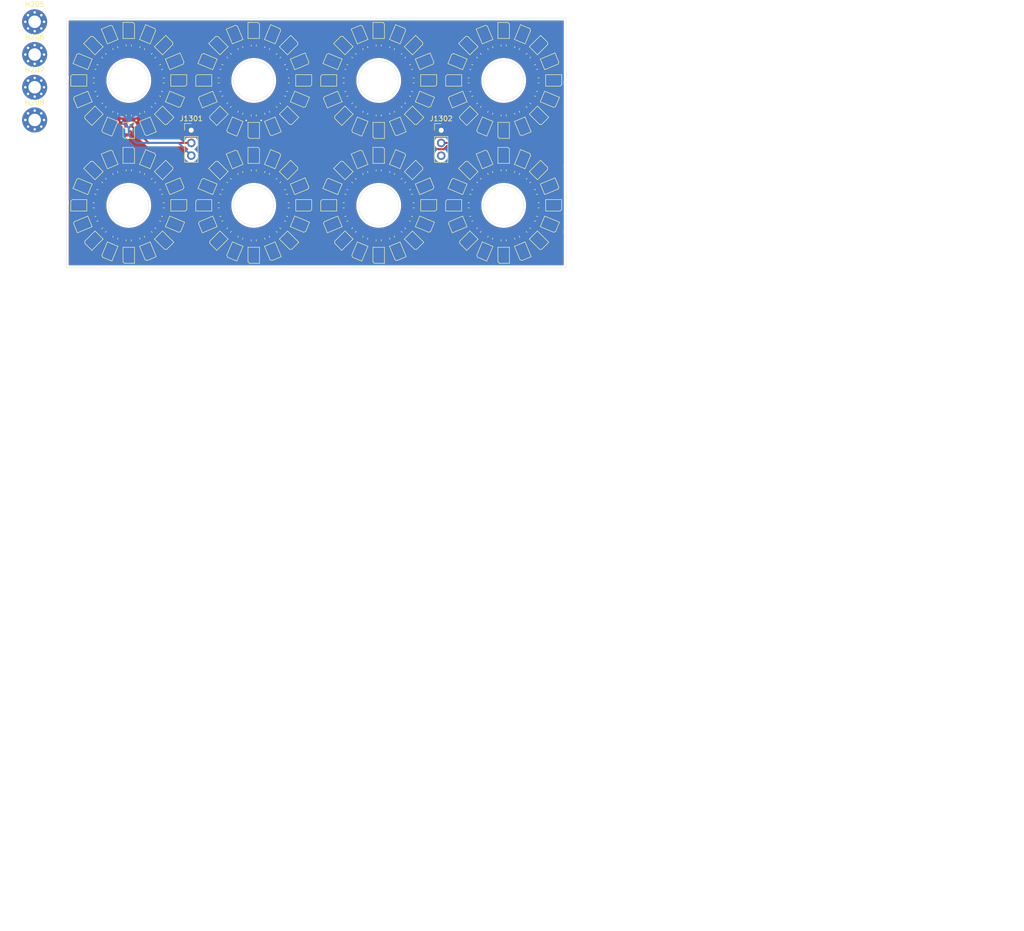
<source format=kicad_pcb>
(kicad_pcb (version 20241229) (generator "pcbnew") (generator_version "9.0")
  (layers (0 "F.Cu" signal) (2 "B.Cu" signal) (13 "F.Paste" user) (15 "B.Paste" user) (5 "F.SilkS" user "F.Silkscreen") (7 "B.SilkS" user "B.Silkscreen") (1 "F.Mask" user) (3 "B.Mask" user) (25 "Edge.Cuts" user))
  (net 0 "")
  (net 1 "GND")
  (net 2 "+5V")
  (net 3 "Net-(D1401-DOUT)")
  (net 4 "/ledRing8/DIN")
  (net 5 "Net-(D1402-DOUT)")
  (net 6 "Net-(D1403-DOUT)")
  (net 7 "Net-(D1404-DOUT)")
  (net 8 "Net-(D1405-DOUT)")
  (net 9 "Net-(D1406-DOUT)")
  (net 10 "Net-(D1407-DOUT)")
  (net 11 "Net-(D1408-DOUT)")
  (net 12 "Net-(D1409-DOUT)")
  (net 13 "Net-(D1410-DOUT)")
  (net 14 "Net-(D1411-DOUT)")
  (net 15 "Net-(D1412-DOUT)")
  (net 16 "Net-(D1413-DOUT)")
  (net 17 "Net-(D1414-DOUT)")
  (net 18 "Net-(D1415-DOUT)")
  (net 19 "/ledRing8/ledRing/DOUT")
  (net 20 "Net-(D1501-DOUT)")
  (net 21 "/ledRing8/ledRing2/DOUT")
  (net 22 "Net-(D1502-DOUT)")
  (net 23 "Net-(D1503-DOUT)")
  (net 24 "Net-(D1504-DOUT)")
  (net 25 "Net-(D1505-DOUT)")
  (net 26 "Net-(D1506-DOUT)")
  (net 27 "Net-(D1507-DOUT)")
  (net 28 "Net-(D1508-DOUT)")
  (net 29 "Net-(D1509-DOUT)")
  (net 30 "Net-(D1510-DOUT)")
  (net 31 "Net-(D1511-DOUT)")
  (net 32 "Net-(D1512-DOUT)")
  (net 33 "Net-(D1513-DOUT)")
  (net 34 "Net-(D1514-DOUT)")
  (net 35 "Net-(D1515-DOUT)")
  (net 36 "/ledRing8/ledRing1/DOUT")
  (net 37 "Net-(D1601-DOUT)")
  (net 38 "Net-(D1602-DOUT)")
  (net 39 "Net-(D1603-DOUT)")
  (net 40 "Net-(D1604-DOUT)")
  (net 41 "Net-(D1605-DOUT)")
  (net 42 "Net-(D1606-DOUT)")
  (net 43 "Net-(D1607-DOUT)")
  (net 44 "Net-(D1608-DOUT)")
  (net 45 "Net-(D1609-DOUT)")
  (net 46 "Net-(D1610-DOUT)")
  (net 47 "Net-(D1611-DOUT)")
  (net 48 "Net-(D1612-DOUT)")
  (net 49 "Net-(D1613-DOUT)")
  (net 50 "Net-(D1614-DOUT)")
  (net 51 "Net-(D1615-DOUT)")
  (net 52 "Net-(D1701-DOUT)")
  (net 53 "Net-(D1702-DOUT)")
  (net 54 "Net-(D1703-DOUT)")
  (net 55 "Net-(D1704-DOUT)")
  (net 56 "Net-(D1705-DOUT)")
  (net 57 "Net-(D1706-DOUT)")
  (net 58 "Net-(D1707-DOUT)")
  (net 59 "Net-(D1708-DOUT)")
  (net 60 "Net-(D1709-DOUT)")
  (net 61 "Net-(D1710-DOUT)")
  (net 62 "Net-(D1711-DOUT)")
  (net 63 "Net-(D1712-DOUT)")
  (net 64 "Net-(D1713-DOUT)")
  (net 65 "Net-(D1714-DOUT)")
  (net 66 "Net-(D1715-DOUT)")
  (net 67 "/ledRing8/ledRing3/DOUT")
  (net 68 "Net-(D1801-DOUT)")
  (net 69 "Net-(D1802-DOUT)")
  (net 70 "Net-(D1803-DOUT)")
  (net 71 "Net-(D1804-DOUT)")
  (net 72 "Net-(D1805-DOUT)")
  (net 73 "Net-(D1806-DOUT)")
  (net 74 "Net-(D1807-DOUT)")
  (net 75 "Net-(D1808-DOUT)")
  (net 76 "Net-(D1809-DOUT)")
  (net 77 "Net-(D1810-DOUT)")
  (net 78 "Net-(D1811-DOUT)")
  (net 79 "Net-(D1812-DOUT)")
  (net 80 "Net-(D1813-DOUT)")
  (net 81 "Net-(D1814-DOUT)")
  (net 82 "Net-(D1815-DOUT)")
  (net 83 "/ledRing8/ledRing4/DOUT")
  (net 84 "Net-(D1901-DOUT)")
  (net 85 "Net-(D1902-DOUT)")
  (net 86 "Net-(D1903-DOUT)")
  (net 87 "Net-(D1904-DOUT)")
  (net 88 "Net-(D1905-DOUT)")
  (net 89 "Net-(D1906-DOUT)")
  (net 90 "Net-(D1907-DOUT)")
  (net 91 "Net-(D1908-DOUT)")
  (net 92 "Net-(D1909-DOUT)")
  (net 93 "Net-(D1910-DOUT)")
  (net 94 "Net-(D1911-DOUT)")
  (net 95 "Net-(D1912-DOUT)")
  (net 96 "Net-(D1913-DOUT)")
  (net 97 "Net-(D1914-DOUT)")
  (net 98 "Net-(D1915-DOUT)")
  (net 99 "/ledRing8/ledRing5/DOUT")
  (net 100 "Net-(D2001-DOUT)")
  (net 101 "Net-(D2002-DOUT)")
  (net 102 "Net-(D2003-DOUT)")
  (net 103 "Net-(D2004-DOUT)")
  (net 104 "Net-(D2005-DOUT)")
  (net 105 "Net-(D2006-DOUT)")
  (net 106 "Net-(D2007-DOUT)")
  (net 107 "Net-(D2008-DOUT)")
  (net 108 "Net-(D2009-DOUT)")
  (net 109 "Net-(D2010-DOUT)")
  (net 110 "Net-(D2011-DOUT)")
  (net 111 "Net-(D2012-DOUT)")
  (net 112 "Net-(D2013-DOUT)")
  (net 113 "Net-(D2014-DOUT)")
  (net 114 "Net-(D2015-DOUT)")
  (net 115 "/ledRing8/ledRing6/DOUT")
  (net 116 "Net-(D2101-DOUT)")
  (net 117 "Net-(D2102-DOUT)")
  (net 118 "Net-(D2103-DOUT)")
  (net 119 "Net-(D2104-DOUT)")
  (net 120 "Net-(D2105-DOUT)")
  (net 121 "Net-(D2106-DOUT)")
  (net 122 "Net-(D2107-DOUT)")
  (net 123 "Net-(D2108-DOUT)")
  (net 124 "Net-(D2109-DOUT)")
  (net 125 "Net-(D2110-DOUT)")
  (net 126 "Net-(D2111-DOUT)")
  (net 127 "Net-(D2112-DOUT)")
  (net 128 "Net-(D2113-DOUT)")
  (net 129 "Net-(D2114-DOUT)")
  (net 130 "Net-(D2115-DOUT)")
  (net 131 "/ledRing8/DOUT")
  (footprint "LED_SMD:LED_WS2812B-2020_PLCC4_2.0x2.0mm" (layer "F.Cu") (at 52.5 62.500001)
    (property "Reference" "D1405" (hide yes))
    (property "Value" "WS2812B-2020")
  )
  (footprint "Capacitor_SMD:C_0603_1608Metric" (layer "F.Cu") (at 65.178785 56.032844 -112.5)
    (property "Reference" "C1410" (hide yes))
    (property "Value" "100n")
  )
  (footprint "Capacitor_SMD:C_0603_1608Metric" (layer "F.Cu") (at 84.821216 56.032844 -67.5)
    (property "Reference" "C1508" (hide yes))
    (property "Value" "100n")
  )
  (footprint "LED_SMD:LED_WS2812B-2020_PLCC4_2.0x2.0mm" (layer "F.Cu") (at 96.738796 91.326834 157.5)
    (property "Reference" "D1914" (hide yes))
    (property "Value" "WS2812B-2020")
  )
  (footprint "LED_SMD:LED_WS2812B-2020_PLCC4_2.0x2.0mm" (layer "F.Cu") (at 66.326835 78.261204 -112.5)
    (property "Reference" "D1810" (hide yes))
    (property "Value" "WS2812B-2020")
  )
  (footprint "LED_SMD:LED_WS2812B-2020_PLCC4_2.0x2.0mm" (layer "F.Cu") (at 94.571068 55.428933 -135)
    (property "Reference" "D1511" (hide yes))
    (property "Value" "WS2812B-2020")
  )
  (footprint "Capacitor_SMD:C_0603_1608Metric" (layer "F.Cu") (at 90.178785 68.967157 112.5)
    (property "Reference" "C1516" (hide yes))
    (property "Value" "100n")
  )
  (footprint "LED_SMD:LED_WS2812B-2020_PLCC4_2.0x2.0mm" (layer "F.Cu") (at 96.738796 66.326835 157.5)
    (property "Reference" "D1514" (hide yes))
    (property "Value" "WS2812B-2020")
  )
  (footprint "LED_SMD:LED_WS2812B-2020_PLCC4_2.0x2.0mm" (layer "F.Cu") (at 119.571067 80.428932 -135)
    (property "Reference" "D2011" (hide yes))
    (property "Value" "WS2812B-2020")
  )
  (footprint "LED_SMD:LED_WS2812B-2020_PLCC4_2.0x2.0mm" (layer "F.Cu") (at 112.499999 77.5 -90)
    (property "Reference" "D2009" (hide yes))
    (property "Value" "WS2812B-2020")
  )
  (footprint "LED_SMD:LED_WS2812B-2020_PLCC4_2.0x2.0mm" (layer "F.Cu") (at 71.738796 91.326834 157.5)
    (property "Reference" "D1814" (hide yes))
    (property "Value" "WS2812B-2020")
  )
  (footprint "LED_SMD:LED_WS2812B-2020_PLCC4_2.0x2.0mm" (layer "F.Cu") (at 66.326835 71.738796 112.5)
    (property "Reference" "D1416" (hide yes))
    (property "Value" "WS2812B-2020")
  )
  (footprint "LED_SMD:LED_WS2812B-2020_PLCC4_2.0x2.0mm" (layer "F.Cu") (at 112.5 97.5 90)
    (property "Reference" "D2001" (hide yes))
    (property "Value" "WS2812B-2020")
  )
  (footprint "LED_SMD:LED_WS2812B-2020_PLCC4_2.0x2.0mm" (layer "F.Cu") (at 133.673165 53.261205 -67.5)
    (property "Reference" "D1708" (hide yes))
    (property "Value" "WS2812B-2020")
  )
  (footprint "Capacitor_SMD:C_0603_1608Metric" (layer "F.Cu") (at 67.449748 82.550252 -135)
    (property "Reference" "C1811" (hide yes))
    (property "Value" "100n")
  )
  (footprint "Capacitor_SMD:C_0603_1608Metric" (layer "F.Cu") (at 142.449747 67.449748 135)
    (property "Reference" "C1715" (hide yes))
    (property "Value" "100n")
  )
  (footprint "Capacitor_SMD:C_0603_1608Metric" (layer "F.Cu") (at 131.032843 65.178785 22.5)
    (property "Reference" "C1704" (hide yes))
    (property "Value" "100n")
  )
  (footprint "LED_SMD:LED_WS2812B-2020_PLCC4_2.0x2.0mm" (layer "F.Cu") (at 130.428932 69.571068 45)
    (property "Reference" "D1703" (hide yes))
    (property "Value" "WS2812B-2020")
  )
  (footprint "LED_SMD:LED_WS2812B-2020_PLCC4_2.0x2.0mm" (layer "F.Cu") (at 147.5 62.5 180)
    (property "Reference" "D1713" (hide yes))
    (property "Value" "WS2812B-2020")
  )
  (footprint "MountingHole:MountingHole_2.5mm_Pad_Via" (layer "F.Cu") (at 43.674175 57.312971)
    (property "Reference" "H206")
    (property "Value" "MountingHole_Pad")
  )
  (footprint "LED_SMD:LED_WS2812B-2020_PLCC4_2.0x2.0mm" (layer "F.Cu") (at 119.571067 69.571068 135)
    (property "Reference" "D1615" (hide yes))
    (property "Value" "WS2812B-2020")
  )
  (footprint "Capacitor_SMD:C_0603_1608Metric" (layer "F.Cu") (at 143.967156 59.821216 -157.5)
    (property "Reference" "C1712" (hide yes))
    (property "Value" "100n")
  )
  (footprint "Capacitor_SMD:C_0603_1608Metric" (layer "F.Cu") (at 130.5 87.5)
    (property "Reference" "C2105" (hide yes))
    (property "Value" "100n")
  )
  (footprint "Capacitor_SMD:C_0603_1608Metric" (layer "F.Cu") (at 119.5 87.5 180)
    (property "Reference" "C2013" (hide yes))
    (property "Value" "100n")
  )
  (footprint "Capacitor_SMD:C_0603_1608Metric" (layer "F.Cu") (at 112.499999 55.5 -90)
    (property "Reference" "C1609" (hide yes))
    (property "Value" "100n")
  )
  (footprint "Capacitor_SMD:C_0603_1608Metric" (layer "F.Cu") (at 107.550252 92.449747 45)
    (property "Reference" "C2003" (hide yes))
    (property "Value" "100n")
  )
  (footprint "LED_SMD:LED_WS2812B-2020_PLCC4_2.0x2.0mm" (layer "F.Cu") (at 78.261205 91.326834 22.5)
    (property "Reference" "D1904" (hide yes))
    (property "Value" "WS2812B-2020")
  )
  (footprint "LED_SMD:LED_WS2812B-2020_PLCC4_2.0x2.0mm" (layer "F.Cu") (at 78.261205 83.673165 -22.5)
    (property "Reference" "D1906" (hide yes))
    (property "Value" "WS2812B-2020")
  )
  (footprint "Capacitor_SMD:C_0603_1608Metric" (layer "F.Cu") (at 107.550252 57.550253 -45)
    (property "Reference" "C1607" (hide yes))
    (property "Value" "100n")
  )
  (footprint "Capacitor_SMD:C_0603_1608Metric" (layer "F.Cu") (at 92.449748 67.449748 135)
    (property "Reference" "C1515" (hide yes))
    (property "Value" "100n")
  )
  (footprint "LED_SMD:LED_WS2812B-2020_PLCC4_2.0x2.0mm" (layer "F.Cu") (at 128.261204 58.673166 -22.5)
    (property "Reference" "D1706" (hide yes))
    (property "Value" "WS2812B-2020")
  )
  (footprint "LED_SMD:LED_WS2812B-2020_PLCC4_2.0x2.0mm" (layer "F.Cu") (at 116.326834 71.738796 112.5)
    (property "Reference" "D1616" (hide yes))
    (property "Value" "WS2812B-2020")
  )
  (footprint "LED_SMD:LED_WS2812B-2020_PLCC4_2.0x2.0mm" (layer "F.Cu") (at 103.261204 58.673166 -22.5)
    (property "Reference" "D1606" (hide yes))
    (property "Value" "WS2812B-2020")
  )
  (footprint "Capacitor_SMD:C_0603_1608Metric" (layer "F.Cu") (at 105.5 62.5)
    (property "Reference" "C1605" (hide yes))
    (property "Value" "100n")
  )
  (footprint "LED_SMD:LED_WS2812B-2020_PLCC4_2.0x2.0mm" (layer "F.Cu") (at 116.326834 78.261204 -112.5)
    (property "Reference" "D2010" (hide yes))
    (property "Value" "WS2812B-2020")
  )
  (footprint "Capacitor_SMD:C_0603_1608Metric" (layer "F.Cu") (at 57.550253 67.449748 45)
    (property "Reference" "C1403" (hide yes))
    (property "Value" "100n")
  )
  (footprint "MountingHole:MountingHole_2.5mm_Pad_Via" (layer "F.Cu") (at 43.674175 70.412971)
    (property "Reference" "H208")
    (property "Value" "MountingHole_Pad")
  )
  (footprint "LED_SMD:LED_WS2812B-2020_PLCC4_2.0x2.0mm" (layer "F.Cu") (at 130.428932 55.428933 -45)
    (property "Reference" "D1707" (hide yes))
    (property "Value" "WS2812B-2020")
  )
  (footprint "LED_SMD:LED_WS2812B-2020_PLCC4_2.0x2.0mm" (layer "F.Cu") (at 87.5 52.5 -90)
    (property "Reference" "D1509" (hide yes))
    (property "Value" "WS2812B-2020")
  )
  (footprint "LED_SMD:LED_WS2812B-2020_PLCC4_2.0x2.0mm" (layer "F.Cu") (at 133.673165 96.738795 67.5)
    (property "Reference" "D2102" (hide yes))
    (property "Value" "WS2812B-2020")
  )
  (footprint "LED_SMD:LED_WS2812B-2020_PLCC4_2.0x2.0mm" (layer "F.Cu") (at 133.673165 78.261204 -67.5)
    (property "Reference" "D2108" (hide yes))
    (property "Value" "WS2812B-2020")
  )
  (footprint "LED_SMD:LED_WS2812B-2020_PLCC4_2.0x2.0mm" (layer "F.Cu") (at 91.326835 96.738795 112.5)
    (property "Reference" "D1916" (hide yes))
    (property "Value" "WS2812B-2020")
  )
  (footprint "LED_SMD:LED_WS2812B-2020_PLCC4_2.0x2.0mm" (layer "F.Cu") (at 141.326834 78.261204 -112.5)
    (property "Reference" "D2110" (hide yes))
    (property "Value" "WS2812B-2020")
  )
  (footprint "LED_SMD:LED_WS2812B-2020_PLCC4_2.0x2.0mm" (layer "F.Cu") (at 105.428932 69.571068 45)
    (property "Reference" "D1603" (hide yes))
    (property "Value" "WS2812B-2020")
  )
  (footprint "Capacitor_SMD:C_0603_1608Metric" (layer "F.Cu") (at 56.032844 84.821215 -22.5)
    (property "Reference" "C1806" (hide yes))
    (property "Value" "100n")
  )
  (footprint "Capacitor_SMD:C_0603_1608Metric" (layer "F.Cu") (at 107.550252 82.550252 -45)
    (property "Reference" "C2007" (hide yes))
    (property "Value" "100n")
  )
  (footprint "Capacitor_SMD:C_0603_1608Metric" (layer "F.Cu") (at 112.5 69.5 90)
    (property "Reference" "C1601" (hide yes))
    (property "Value" "100n")
  )
  (footprint "LED_SMD:LED_WS2812B-2020_PLCC4_2.0x2.0mm" (layer "F.Cu") (at 128.261204 83.673165 -22.5)
    (property "Reference" "D2106" (hide yes))
    (property "Value" "WS2812B-2020")
  )
  (footprint "Capacitor_SMD:C_0603_1608Metric" (layer "F.Cu") (at 67.449748 67.449748 135)
    (property "Reference" "C1415" (hide yes))
    (property "Value" "100n")
  )
  (footprint "Capacitor_SMD:C_0603_1608Metric" (layer "F.Cu") (at 118.967156 65.178785 157.5)
    (property "Reference" "C1614" (hide yes))
    (property "Value" "100n")
  )
  (footprint "LED_SMD:LED_WS2812B-2020_PLCC4_2.0x2.0mm" (layer "F.Cu") (at 128.261204 91.326834 22.5)
    (property "Reference" "D2104" (hide yes))
    (property "Value" "WS2812B-2020")
  )
  (footprint "Capacitor_SMD:C_0603_1608Metric" (layer "F.Cu") (at 142.449747 82.550252 -135)
    (property "Reference" "C2111" (hide yes))
    (property "Value" "100n")
  )
  (footprint "LED_SMD:LED_WS2812B-2020_PLCC4_2.0x2.0mm" (layer "F.Cu") (at 83.673166 71.738796 67.5)
    (property "Reference" "D1502" (hide yes))
    (property "Value" "WS2812B-2020")
  )
  (footprint "Capacitor_SMD:C_0603_1608Metric" (layer "F.Cu") (at 57.550253 92.449747 45)
    (property "Reference" "C1803" (hide yes))
    (property "Value" "100n")
  )
  (footprint "Capacitor_SMD:C_0603_1608Metric" (layer "F.Cu") (at 119.5 62.5 180)
    (property "Reference" "C1613" (hide yes))
    (property "Value" "100n")
  )
  (footprint "Capacitor_SMD:C_0603_1608Metric" (layer "F.Cu") (at 57.550253 57.550253 -45)
    (property "Reference" "C1407" (hide yes))
    (property "Value" "100n")
  )
  (footprint "Capacitor_SMD:C_0603_1608Metric" (layer "F.Cu") (at 68.967157 65.178785 157.5)
    (property "Reference" "C1414" (hide yes))
    (property "Value" "100n")
  )
  (footprint "Capacitor_SMD:C_0603_1608Metric" (layer "F.Cu") (at 93.967157 84.821215 -157.5)
    (property "Reference" "C1912" (hide yes))
    (property "Value" "100n")
  )
  (footprint "Connector_PinHeader_2.54mm:PinHeader_1x03_P2.54mm_Vertical" (layer "F.Cu") (at 75 72.46)
    (property "Reference" "J1301")
    (property "Value" "Conn_01x03")
  )
  (footprint "LED_SMD:LED_WS2812B-2020_PLCC4_2.0x2.0mm" (layer "F.Cu") (at 53.261205 66.326835 22.5)
    (property "Reference" "D1404" (hide yes))
    (property "Value" "WS2812B-2020")
  )
  (footprint "Capacitor_SMD:C_0603_1608Metric" (layer "F.Cu") (at 143.967156 90.178784 157.5)
    (property "Reference" "C2114" (hide yes))
    (property "Value" "100n")
  )
  (footprint "LED_SMD:LED_WS2812B-2020_PLCC4_2.0x2.0mm" (layer "F.Cu") (at 108.673165 78.261204 -67.5)
    (property "Reference" "D2008" (hide yes))
    (property "Value" "WS2812B-2020")
  )
  (footprint "LED_SMD:LED_WS2812B-2020_PLCC4_2.0x2.0mm" (layer "F.Cu") (at 137.5 97.5 90)
    (property "Reference" "D2101" (hide yes))
    (property "Value" "WS2812B-2020")
  )
  (footprint "Capacitor_SMD:C_0603_1608Metric" (layer "F.Cu") (at 130.5 62.5)
    (property "Reference" "C1705" (hide yes))
    (property "Value" "100n")
  )
  (footprint "Capacitor_SMD:C_0603_1608Metric" (layer "F.Cu") (at 117.449747 67.449748 135)
    (property "Reference" "C1615" (hide yes))
    (property "Value" "100n")
  )
  (footprint "Capacitor_SMD:C_0603_1608Metric" (layer "F.Cu") (at 67.449748 92.449747 135)
    (property "Reference" "C1815" (hide yes))
    (property "Value" "100n")
  )
  (footprint "Capacitor_SMD:C_0603_1608Metric" (layer "F.Cu") (at 109.821215 93.967156 67.5)
    (property "Reference" "C2002" (hide yes))
    (property "Value" "100n")
  )
  (footprint "LED_SMD:LED_WS2812B-2020_PLCC4_2.0x2.0mm" (layer "F.Cu") (at 103.261204 83.673165 -22.5)
    (property "Reference" "D2006" (hide yes))
    (property "Value" "WS2812B-2020")
  )
  (footprint "Capacitor_SMD:C_0603_1608Metric" (layer "F.Cu") (at 112.499999 80.5 -90)
    (property "Reference" "C2009" (hide yes))
    (property "Value" "100n")
  )
  (footprint "LED_SMD:LED_WS2812B-2020_PLCC4_2.0x2.0mm" (layer "F.Cu") (at 77.5 87.5)
    (property "Reference" "D1905" (hide yes))
    (property "Value" "WS2812B-2020")
  )
  (footprint "LED_SMD:LED_WS2812B-2020_PLCC4_2.0x2.0mm" (layer "F.Cu") (at 146.738795 91.326834 157.5)
    (property "Reference" "D2114" (hide yes))
    (property "Value" "WS2812B-2020")
  )
  (footprint "LED_SMD:LED_WS2812B-2020_PLCC4_2.0x2.0mm" (layer "F.Cu") (at 102.5 62.500001)
    (property "Reference" "D1605" (hide yes))
    (property "Value" "WS2812B-2020")
  )
  (footprint "Capacitor_SMD:C_0603_1608Metric" (layer "F.Cu") (at 84.821216 68.967157 67.5)
    (property "Reference" "C1502" (hide yes))
    (property "Value" "100n")
  )
  (footprint "LED_SMD:LED_WS2812B-2020_PLCC4_2.0x2.0mm" (layer "F.Cu") (at 130.428932 94.571067 45)
    (property "Reference" "D2103" (hide yes))
    (property "Value" "WS2812B-2020")
  )
  (footprint "LED_SMD:LED_WS2812B-2020_PLCC4_2.0x2.0mm" (layer "F.Cu") (at 105.428932 94.571067 45)
    (property "Reference" "D2003" (hide yes))
    (property "Value" "WS2812B-2020")
  )
  (footprint "Capacitor_SMD:C_0603_1608Metric" (layer "F.Cu") (at 140.178784 81.032843 -112.5)
    (property "Reference" "C2110" (hide yes))
    (property "Value" "100n")
  )
  (footprint "Capacitor_SMD:C_0603_1608Metric" (layer "F.Cu") (at 143.967156 84.821215 -157.5)
    (property "Reference" "C2112" (hide yes))
    (property "Value" "100n")
  )
  (footprint "Capacitor_SMD:C_0603_1608Metric" (layer "F.Cu") (at 137.5 69.5 90)
    (property "Reference" "C1701" (hide yes))
    (property "Value" "100n")
  )
  (footprint "Capacitor_SMD:C_0603_1608Metric" (layer "F.Cu") (at 90.178785 93.967156 112.5)
    (property "Reference" "C1916" (hide yes))
    (property "Value" "100n")
  )
  (footprint "Capacitor_SMD:C_0603_1608Metric" (layer "F.Cu") (at 81.032844 59.821216 -22.5)
    (property "Reference" "C1506" (hide yes))
    (property "Value" "100n")
  )
  (footprint "Capacitor_SMD:C_0603_1608Metric" (layer "F.Cu") (at 93.967157 59.821216 -157.5)
    (property "Reference" "C1512" (hide yes))
    (property "Value" "100n")
  )
  (footprint "LED_SMD:LED_WS2812B-2020_PLCC4_2.0x2.0mm" (layer "F.Cu") (at 55.428933 94.571067 45)
    (property "Reference" "D1803" (hide yes))
    (property "Value" "WS2812B-2020")
  )
  (footprint "LED_SMD:LED_WS2812B-2020_PLCC4_2.0x2.0mm" (layer "F.Cu") (at 78.261205 58.673166 -22.5)
    (property "Reference" "D1506" (hide yes))
    (property "Value" "WS2812B-2020")
  )
  (footprint "Capacitor_SMD:C_0603_1608Metric" (layer "F.Cu") (at 59.821216 56.032844 -67.5)
    (property "Reference" "C1408" (hide yes))
    (property "Value" "100n")
  )
  (footprint "Capacitor_SMD:C_0603_1608Metric" (layer "F.Cu") (at 144.5 87.5 180)
    (property "Reference" "C2113" (hide yes))
    (property "Value" "100n")
  )
  (footprint "Capacitor_SMD:C_0603_1608Metric" (layer "F.Cu") (at 143.967156 65.178785 157.5)
    (property "Reference" "C1714" (hide yes))
    (property "Value" "100n")
  )
  (footprint "Capacitor_SMD:C_0603_1608Metric" (layer "F.Cu") (at 109.821215 68.967157 67.5)
    (property "Reference" "C1602" (hide yes))
    (property "Value" "100n")
  )
  (footprint "LED_SMD:LED_WS2812B-2020_PLCC4_2.0x2.0mm" (layer "F.Cu") (at 58.673166 78.261204 -67.5)
    (property "Reference" "D1808" (hide yes))
    (property "Value" "WS2812B-2020")
  )
  (footprint "LED_SMD:LED_WS2812B-2020_PLCC4_2.0x2.0mm" (layer "F.Cu") (at 80.428933 80.428932 -45)
    (property "Reference" "D1907" (hide yes))
    (property "Value" "WS2812B-2020")
  )
  (footprint "LED_SMD:LED_WS2812B-2020_PLCC4_2.0x2.0mm" (layer "F.Cu") (at 66.326835 53.261205 -112.5)
    (property "Reference" "D1410" (hide yes))
    (property "Value" "WS2812B-2020")
  )
  (footprint "LED_SMD:LED_WS2812B-2020_PLCC4_2.0x2.0mm" (layer "F.Cu") (at 69.571068 94.571067 135)
    (property "Reference" "D1815" (hide yes))
    (property "Value" "WS2812B-2020")
  )
  (footprint "LED_SMD:LED_WS2812B-2020_PLCC4_2.0x2.0mm" (layer "F.Cu") (at 108.673165 53.261205 -67.5)
    (property "Reference" "D1608" (hide yes))
    (property "Value" "WS2812B-2020")
  )
  (footprint "Capacitor_SMD:C_0603_1608Metric" (layer "F.Cu") (at 112.5 94.5 90)
    (property "Reference" "C2001" (hide yes))
    (property "Value" "100n")
  )
  (footprint "LED_SMD:LED_WS2812B-2020_PLCC4_2.0x2.0mm" (layer "F.Cu") (at 83.673166 53.261205 -67.5)
    (property "Reference" "D1508" (hide yes))
    (property "Value" "WS2812B-2020")
  )
  (footprint "LED_SMD:LED_WS2812B-2020_PLCC4_2.0x2.0mm" (layer "F.Cu") (at 96.738796 58.673166 -157.5)
    (property "Reference" "D1512" (hide yes))
    (property "Value" "WS2812B-2020")
  )
  (footprint "LED_SMD:LED_WS2812B-2020_PLCC4_2.0x2.0mm" (layer "F.Cu") (at 144.571067 94.571067 135)
    (property "Reference" "D2115" (hide yes))
    (property "Value" "WS2812B-2020")
  )
  (footprint "Capacitor_SMD:C_0603_1608Metric" (layer "F.Cu") (at 82.550253 67.449748 45)
    (property "Reference" "C1503" (hide yes))
    (property "Value" "100n")
  )
  (footprint "Capacitor_SMD:C_0603_1608Metric" (layer "F.Cu") (at 106.032843 59.821216 -22.5)
    (property "Reference" "C1606" (hide yes))
    (property "Value" "100n")
  )
  (footprint "LED_SMD:LED_WS2812B-2020_PLCC4_2.0x2.0mm" (layer "F.Cu") (at 112.5 72.5 90)
    (property "Reference" "D1601" (hide yes))
    (property "Value" "WS2812B-2020")
  )
  (footprint "Capacitor_SMD:C_0603_1608Metric" (layer "F.Cu") (at 82.550253 82.550252 -45)
    (property "Reference" "C1907" (hide yes))
    (property "Value" "100n")
  )
  (footprint "Capacitor_SMD:C_0603_1608Metric" (layer "F.Cu") (at 55.5 87.5)
    (property "Reference" "C1805" (hide yes))
    (property "Value" "100n")
  )
  (footprint "LED_SMD:LED_WS2812B-2020_PLCC4_2.0x2.0mm" (layer "F.Cu") (at 83.673166 96.738795 67.5)
    (property "Reference" "D1902" (hide yes))
    (property "Value" "WS2812B-2020")
  )
  (footprint "Capacitor_SMD:C_0603_1608Metric" (layer "F.Cu") (at 62.5 69.5 90)
    (property "Reference" "C1401" (hide yes))
    (property "Value" "100n")
  )
  (footprint "LED_SMD:LED_WS2812B-2020_PLCC4_2.0x2.0mm" (layer "F.Cu") (at 58.673166 71.738796 67.5)
    (property "Reference" "D1402" (hide yes))
    (property "Value" "WS2812B-2020")
  )
  (footprint "LED_SMD:LED_WS2812B-2020_PLCC4_2.0x2.0mm" (layer "F.Cu") (at 122.5 87.5 180)
    (property "Reference" "D2013" (hide yes))
    (property "Value" "WS2812B-2020")
  )
  (footprint "LED_SMD:LED_WS2812B-2020_PLCC4_2.0x2.0mm" (layer "F.Cu") (at 144.571067 55.428933 -135)
    (property "Reference" "D1711" (hide yes))
    (property "Value" "WS2812B-2020")
  )
  (footprint "LED_SMD:LED_WS2812B-2020_PLCC4_2.0x2.0mm" (layer "F.Cu") (at 119.571067 55.428933 -135)
    (property "Reference" "D1611" (hide yes))
    (property "Value" "WS2812B-2020")
  )
  (footprint "Capacitor_SMD:C_0603_1608Metric" (layer "F.Cu") (at 93.967157 90.178784 157.5)
    (property "Reference" "C1914" (hide yes))
    (property "Value" "100n")
  )
  (footprint "Capacitor_SMD:C_0603_1608Metric" (layer "F.Cu") (at 68.967157 84.821215 -157.5)
    (property "Reference" "C1812" (hide yes))
    (property "Value" "100n")
  )
  (footprint "LED_SMD:LED_WS2812B-2020_PLCC4_2.0x2.0mm" (layer "F.Cu") (at 53.261205 83.673165 -22.5)
    (property "Reference" "D1806" (hide yes))
    (property "Value" "WS2812B-2020")
  )
  (footprint "LED_SMD:LED_WS2812B-2020_PLCC4_2.0x2.0mm" (layer "F.Cu") (at 72.5 62.5 180)
    (property "Reference" "D1413" (hide yes))
    (property "Value" "WS2812B-2020")
  )
  (footprint "LED_SMD:LED_WS2812B-2020_PLCC4_2.0x2.0mm" (layer "F.Cu") (at 105.428932 55.428933 -45)
    (property "Reference" "D1607" (hide yes))
    (property "Value" "WS2812B-2020")
  )
  (footprint "LED_SMD:LED_WS2812B-2020_PLCC4_2.0x2.0mm" (layer "F.Cu") (at 58.673166 53.261205 -67.5)
    (property "Reference" "D1408" (hide yes))
    (property "Value" "WS2812B-2020")
  )
  (footprint "LED_SMD:LED_WS2812B-2020_PLCC4_2.0x2.0mm" (layer "F.Cu") (at 80.428933 55.428933 -45)
    (property "Reference" "D1507" (hide yes))
    (property "Value" "WS2812B-2020")
  )
  (footprint "Capacitor_SMD:C_0603_1608Metric" (layer "F.Cu") (at 140.178784 68.967157 112.5)
    (property "Reference" "C1716" (hide yes))
    (property "Value" "100n")
  )
  (footprint "Capacitor_SMD:C_0603_1608Metric" (layer "F.Cu") (at 87.5 69.5 90)
    (property "Reference" "C1501" (hide yes))
    (property "Value" "100n")
  )
  (footprint "Capacitor_SMD:C_0603_1608Metric" (layer "F.Cu") (at 106.032843 65.178785 22.5)
    (property "Reference" "C1604" (hide yes))
    (property "Value" "100n")
  )
  (footprint "Capacitor_SMD:C_0603_1608Metric" (layer "F.Cu") (at 142.449747 92.449747 135)
    (property "Reference" "C2115" (hide yes))
    (property "Value" "100n")
  )
  (footprint "LED_SMD:LED_WS2812B-2020_PLCC4_2.0x2.0mm" (layer "F.Cu") (at 94.571068 94.571067 135)
    (property "Reference" "D1915" (hide yes))
    (property "Value" "WS2812B-2020")
  )
  (footprint "Capacitor_SMD:C_0603_1608Metric" (layer "F.Cu") (at 118.967156 90.178784 157.5)
    (property "Reference" "C2014" (hide yes))
    (property "Value" "100n")
  )
  (footprint "Capacitor_SMD:C_0603_1608Metric" (layer "F.Cu") (at 134.821215 81.032843 -67.5)
    (property "Reference" "C2108" (hide yes))
    (property "Value" "100n")
  )
  (footprint "LED_SMD:LED_WS2812B-2020_PLCC4_2.0x2.0mm" (layer "F.Cu") (at 128.261204 66.326835 22.5)
    (property "Reference" "D1704" (hide yes))
    (property "Value" "WS2812B-2020")
  )
  (footprint "Capacitor_SMD:C_0603_1608Metric" (layer "F.Cu") (at 117.449747 82.550252 -135)
    (property "Reference" "C2011" (hide yes))
    (property "Value" "100n")
  )
  (footprint "Capacitor_SMD:C_0603_1608Metric" (layer "F.Cu") (at 56.032844 65.178785 22.5)
    (property "Reference" "C1404" (hide yes))
    (property "Value" "100n")
  )
  (footprint "Capacitor_SMD:C_0603_1608Metric" (layer "F.Cu") (at 90.178785 81.032843 -112.5)
    (property "Reference" "C1910" (hide yes))
    (property "Value" "100n")
  )
  (footprint "Capacitor_SMD:C_0603_1608Metric" (layer "F.Cu") (at 140.178784 56.032844 -112.5)
    (property "Reference" "C1710" (hide yes))
    (property "Value" "100n")
  )
  (footprint "LED_SMD:LED_WS2812B-2020_PLCC4_2.0x2.0mm" (layer "F.Cu") (at 147.5 87.5 180)
    (property "Reference" "D2113" (hide yes))
    (property "Value" "WS2812B-2020")
  )
  (footprint "Capacitor_SMD:C_0603_1608Metric" (layer "F.Cu") (at 65.178785 68.967157 112.5)
    (property "Reference" "C1416" (hide yes))
    (property "Value" "100n")
  )
  (footprint "Capacitor_SMD:C_0603_1608Metric" (layer "F.Cu") (at 93.967157 65.178785 157.5)
    (property "Reference" "C1514" (hide yes))
    (property "Value" "100n")
  )
  (footprint "Capacitor_SMD:C_0603_1608Metric" (layer "F.Cu") (at 62.5 94.5 90)
    (property "Reference" "C1801" (hide yes))
    (property "Value" "100n")
  )
  (footprint "LED_SMD:LED_WS2812B-2020_PLCC4_2.0x2.0mm" (layer "F.Cu") (at 91.326835 78.261204 -112.5)
    (property "Reference" "D1910" (hide yes))
    (property "Value" "WS2812B-2020")
  )
  (footprint "Capacitor_SMD:C_0603_1608Metric" (layer "F.Cu") (at 90.178785 56.032844 -112.5)
    (property "Reference" "C1510" (hide yes))
    (property "Value" "100n")
  )
  (footprint "Capacitor_SMD:C_0603_1608Metric" (layer "F.Cu") (at 94.5 87.5 180)
    (property "Reference" "C1913" (hide yes))
    (property "Value" "100n")
  )
  (footprint "Capacitor_SMD:C_0603_1608Metric" (layer "F.Cu") (at 134.821215 56.032844 -67.5)
    (property "Reference" "C1708" (hide yes))
    (property "Value" "100n")
  )
  (footprint "Capacitor_SMD:C_0603_1608Metric" (layer "F.Cu") (at 69.5 87.5 180)
    (property "Reference" "C1813" (hide yes))
    (property "Value" "100n")
  )
  (footprint "LED_SMD:LED_WS2812B-2020_PLCC4_2.0x2.0mm" (layer "F.Cu") (at 144.571067 80.428932 -135)
    (property "Reference" "D2111" (hide yes))
    (property "Value" "WS2812B-2020")
  )
  (footprint "Capacitor_SMD:C_0603_1608Metric" (layer "F.Cu") (at 132.550252 67.449748 45)
    (property "Reference" "C1703" (hide yes))
    (property "Value" "100n")
  )
  (footprint "LED_SMD:LED_WS2812B-2020_PLCC4_2.0x2.0mm" (layer "F.Cu") (at 71.738796 58.673166 -157.5)
    (property "Reference" "D1412" (hide yes))
    (property "Value" "WS2812B-2020")
  )
  (footprint "Capacitor_SMD:C_0603_1608Metric" (layer "F.Cu") (at 132.550252 82.550252 -45)
    (property "Reference" "C2107" (hide yes))
    (property "Value" "100n")
  )
  (footprint "LED_SMD:LED_WS2812B-2020_PLCC4_2.0x2.0mm" (layer "F.Cu") (at 141.326834 71.738796 112.5)
    (property "Reference" "D1716" (hide yes))
    (property "Value" "WS2812B-2020")
  )
  (footprint "LED_SMD:LED_WS2812B-2020_PLCC4_2.0x2.0mm" (layer "F.Cu") (at 53.261205 91.326834 22.5)
    (property "Reference" "D1804" (hide yes))
    (property "Value" "WS2812B-2020")
  )
  (footprint "LED_SMD:LED_WS2812B-2020_PLCC4_2.0x2.0mm" (layer "F.Cu") (at 87.5 72.5 90)
    (property "Reference" "D1501" (hide yes))
    (property "Value" "WS2812B-2020")
  )
  (footprint "LED_SMD:LED_WS2812B-2020_PLCC4_2.0x2.0mm" (layer "F.Cu") (at 71.738796 66.326835 157.5)
    (property "Reference" "D1414" (hide yes))
    (property "Value" "WS2812B-2020")
  )
  (footprint "Capacitor_SMD:C_0603_1608Metric" (layer "F.Cu") (at 115.178784 93.967156 112.5)
    (property "Reference" "C2016" (hide yes))
    (property "Value" "100n")
  )
  (footprint "Capacitor_SMD:C_0603_1608Metric" (layer "F.Cu") (at 109.821215 56.032844 -67.5)
    (property "Reference" "C1608" (hide yes))
    (property "Value" "100n")
  )
  (footprint "Capacitor_SMD:C_0603_1608Metric" (layer "F.Cu") (at 67.449748 57.550253 -135)
    (property "Reference" "C1411" (hide yes))
    (property "Value" "100n")
  )
  (footprint "Capacitor_SMD:C_0603_1608Metric" (layer "F.Cu") (at 132.550252 92.449747 45)
    (property "Reference" "C2103" (hide yes))
    (property "Value" "100n")
  )
  (footprint "Capacitor_SMD:C_0603_1608Metric" (layer "F.Cu") (at 137.5 80.5 -90)
    (property "Reference" "C2109" (hide yes))
    (property "Value" "100n")
  )
  (footprint "LED_SMD:LED_WS2812B-2020_PLCC4_2.0x2.0mm" (layer "F.Cu") (at 97.5 62.5 180)
    (property "Reference" "D1513" (hide yes))
    (property "Value" "WS2812B-2020")
  )
  (footprint "LED_SMD:LED_WS2812B-2020_PLCC4_2.0x2.0mm" (layer "F.Cu") (at 62.5 77.5 -90)
    (property "Reference" "D1809" (hide yes))
    (property "Value" "WS2812B-2020")
  )
  (footprint "LED_SMD:LED_WS2812B-2020_PLCC4_2.0x2.0mm" (layer "F.Cu") (at 137.5 77.5 -90)
    (property "Reference" "D2109" (hide yes))
    (property "Value" "WS2812B-2020")
  )
  (footprint "LED_SMD:LED_WS2812B-2020_PLCC4_2.0x2.0mm" (layer "F.Cu") (at 105.428932 80.428932 -45)
    (property "Reference" "D2007" (hide yes))
    (property "Value" "WS2812B-2020")
  )
  (footprint "Capacitor_SMD:C_0603_1608Metric" (layer "F.Cu") (at 118.967156 59.821216 -157.5)
    (property "Reference" "C1612" (hide yes))
    (property "Value" "100n")
  )
  (footprint "Capacitor_SMD:C_0603_1608Metric" (layer "F.Cu") (at 94.5 62.5 180)
    (property "Reference" "C1513" (hide yes))
    (property "Value" "100n")
  )
  (footprint "Capacitor_SMD:C_0603_1608Metric" (layer "F.Cu") (at 105.5 87.5)
    (property "Reference" "C2005" (hide yes))
    (property "Value" "100n")
  )
  (footprint "Capacitor_SMD:C_0603_1608Metric" (layer "F.Cu") (at 87.5 80.5 -90)
    (property "Reference" "C1909" (hide yes))
    (property "Value" "100n")
  )
  (footprint "Capacitor_SMD:C_0603_1608Metric" (layer "F.Cu") (at 84.821216 81.032843 -67.5)
    (property "Reference" "C1908" (hide yes))
    (property "Value" "100n")
  )
  (footprint "Capacitor_SMD:C_0603_1608Metric" (layer "F.Cu") (at 56.032844 59.821216 -22.5)
    (property "Reference" "C1406" (hide yes))
    (property "Value" "100n")
  )
  (footprint "MountingHole:MountingHole_2.5mm_Pad_Via" (layer "F.Cu") (at 43.674175 50.762971)
    (property "Reference" "H205")
    (property "Value" "MountingHole_Pad")
  )
  (footprint "Capacitor_SMD:C_0603_1608Metric" (layer "F.Cu") (at 131.032843 84.821215 -22.5)
    (property "Reference" "C2106" (hide yes))
    (property "Value" "100n")
  )
  (footprint "LED_SMD:LED_WS2812B-2020_PLCC4_2.0x2.0mm" (layer "F.Cu") (at 62.5 52.5 -90)
    (property "Reference" "D1409" (hide yes))
    (property "Value" "WS2812B-2020")
  )
  (footprint "Capacitor_SMD:C_0603_1608Metric" (layer "F.Cu") (at 109.821215 81.032843 -67.5)
    (property "Reference" "C2008" (hide yes))
    (property "Value" "100n")
  )
  (footprint "Capacitor_SMD:C_0603_1608Metric" (layer "F.Cu") (at 144.5 62.5 180)
    (property "Reference" "C1713" (hide yes))
    (property "Value" "100n")
  )
  (footprint "Capacitor_SMD:C_0603_1608Metric" (layer "F.Cu") (at 134.821215 68.967157 67.5)
    (property "Reference" "C1702" (hide yes))
    (property "Value" "100n")
  )
  (footprint "Capacitor_SMD:C_0603_1608Metric" (layer "F.Cu") (at 117.449747 57.550253 -135)
    (property "Reference" "C1611" (hide yes))
    (property "Value" "100n")
  )
  (footprint "Capacitor_SMD:C_0603_1608Metric" (layer "F.Cu") (at 92.449748 57.550253 -135)
    (property "Reference" "C1511" (hide yes))
    (property "Value" "100n")
  )
  (footprint "Capacitor_SMD:C_0603_1608Metric" (layer "F.Cu") (at 59.821216 81.032843 -67.5)
    (property "Reference" "C1808" (hide yes))
    (property "Value" "100n")
  )
  (footprint "LED_SMD:LED_WS2812B-2020_PLCC4_2.0x2.0mm" (layer "F.Cu") (at 116.326834 96.738795 112.5)
    (property "Reference" "D2016" (hide yes))
    (property "Value" "WS2812B-2020")
  )
  (footprint "LED_SMD:LED_WS2812B-2020_PLCC4_2.0x2.0mm" (layer "F.Cu") (at 96.738796 83.673165 -157.5)
    (property "Reference" "D1912" (hide yes))
    (property "Value" "WS2812B-2020")
  )
  (footprint "Capacitor_SMD:C_0603_1608Metric" (layer "F.Cu") (at 107.550252 67.449748 45)
    (property "Reference" "C1603" (hide yes))
    (property "Value" "100n")
  )
  (footprint "LED_SMD:LED_WS2812B-2020_PLCC4_2.0x2.0mm" (layer "F.Cu") (at 72.5 87.5 180)
    (property "Reference" "D1813" (hide yes))
    (property "Value" "WS2812B-2020")
  )
  (footprint "LED_SMD:LED_WS2812B-2020_PLCC4_2.0x2.0mm" (layer "F.Cu") (at 133.673165 71.738796 67.5)
    (property "Reference" "D1702" (hide yes))
    (property "Value" "WS2812B-2020")
  )
  (footprint "Connector_PinHeader_2.54mm:PinHeader_1x03_P2.54mm_Vertical" (layer "F.Cu") (at 125 72.475)
    (property "Reference" "J1302")
    (property "Value" "Conn_01x03")
  )
  (footprint "LED_SMD:LED_WS2812B-2020_PLCC4_2.0x2.0mm" (layer "F.Cu") (at 58.673166 96.738795 67.5)
    (property "Reference" "D1802" (hide yes))
    (property "Value" "WS2812B-2020")
  )
  (footprint "LED_SMD:LED_WS2812B-2020_PLCC4_2.0x2.0mm" (layer "F.Cu") (at 121.738795 83.673165 -157.5)
    (property "Reference" "D2012" (hide yes))
    (property "Value" "WS2812B-2020")
  )
  (footprint "Capacitor_SMD:C_0603_1608Metric" (layer "F.Cu") (at 59.821216 68.967157 67.5)
    (property "Reference" "C1402" (hide yes))
    (property "Value" "100n")
  )
  (footprint "Capacitor_SMD:C_0603_1608Metric" (layer "F.Cu") (at 81.032844 84.821215 -22.5)
    (property "Reference" "C1906" (hide yes))
    (property "Value" "100n")
  )
  (footprint "LED_SMD:LED_WS2812B-2020_PLCC4_2.0x2.0mm" (layer "F.Cu") (at 146.738795 58.673166 -157.5)
    (property "Reference" "D1712" (hide yes))
    (property "Value" "WS2812B-2020")
  )
  (footprint "Capacitor_SMD:C_0603_1608Metric" (layer "F.Cu") (at 142.449747 57.550253 -135)
    (property "Reference" "C1711" (hide yes))
    (property "Value" "100n")
  )
  (footprint "LED_SMD:LED_WS2812B-2020_PLCC4_2.0x2.0mm" (layer "F.Cu") (at 87.5 97.5 90)
    (property "Reference" "D1901" (hide yes))
    (property "Value" "WS2812B-2020")
  )
  (footprint "Capacitor_SMD:C_0603_1608Metric" (layer "F.Cu") (at 132.550252 57.550253 -45)
    (property "Reference" "C1707" (hide yes))
    (property "Value" "100n")
  )
  (footprint "Capacitor_SMD:C_0603_1608Metric" (layer "F.Cu") (at 140.178784 93.967156 112.5)
    (property "Reference" "C2116" (hide yes))
    (property "Value" "100n")
  )
  (footprint "LED_SMD:LED_WS2812B-2020_PLCC4_2.0x2.0mm" (layer "F.Cu") (at 52.5 87.5)
    (property "Reference" "D1805" (hide yes))
    (property "Value" "WS2812B-2020")
  )
  (footprint "LED_SMD:LED_WS2812B-2020_PLCC4_2.0x2.0mm" (layer "F.Cu") (at 62.5 72.5 90)
    (property "Reference" "D1401" (hide yes))
    (property "Value" "WS2812B-2020")
  )
  (footprint "Capacitor_SMD:C_0603_1608Metric" (layer "F.Cu") (at 134.821215 93.967156 67.5)
    (property "Reference" "C2102" (hide yes))
    (property "Value" "100n")
  )
  (footprint "LED_SMD:LED_WS2812B-2020_PLCC4_2.0x2.0mm" (layer "F.Cu") (at 91.326835 53.261205 -112.5)
    (property "Reference" "D1510" (hide yes))
    (property "Value" "WS2812B-2020")
  )
  (footprint "LED_SMD:LED_WS2812B-2020_PLCC4_2.0x2.0mm" (layer "F.Cu") (at 91.326835 71.738796 112.5)
    (property "Reference" "D1516" (hide yes))
    (property "Value" "WS2812B-2020")
  )
  (footprint "Capacitor_SMD:C_0603_1608Metric" (layer "F.Cu") (at 65.178785 93.967156 112.5)
    (property "Reference" "C1816" (hide yes))
    (property "Value" "100n")
  )
  (footprint "Capacitor_SMD:C_0603_1608Metric" (layer "F.Cu") (at 87.5 94.5 90)
    (property "Reference" "C1901" (hide yes))
    (property "Value" "100n")
  )
  (footprint "LED_SMD:LED_WS2812B-2020_PLCC4_2.0x2.0mm" (layer "F.Cu") (at 94.571068 80.428932 -135)
    (property "Reference" "D1911" (hide yes))
    (property "Value" "WS2812B-2020")
  )
  (footprint "Capacitor_SMD:C_0603_1608Metric" (layer "F.Cu") (at 92.449748 82.550252 -135)
    (property "Reference" "C1911" (hide yes))
    (property "Value" "100n")
  )
  (footprint "Capacitor_SMD:C_0603_1608Metric" (layer "F.Cu") (at 56.032844 90.178784 22.5)
    (property "Reference" "C1804" (hide yes))
    (property "Value" "100n")
  )
  (footprint "LED_SMD:LED_WS2812B-2020_PLCC4_2.0x2.0mm" (layer "F.Cu") (at 69.571068 69.571068 135)
    (property "Reference" "D1415" (hide yes))
    (property "Value" "WS2812B-2020")
  )
  (footprint "LED_SMD:LED_WS2812B-2020_PLCC4_2.0x2.0mm" (layer "F.Cu") (at 69.571068 80.428932 -135)
    (property "Reference" "D1811" (hide yes))
    (property "Value" "WS2812B-2020")
  )
  (footprint "Capacitor_SMD:C_0603_1608Metric" (layer "F.Cu") (at 59.821216 93.967156 67.5)
    (property "Reference" "C1802" (hide yes))
    (property "Value" "100n")
  )
  (footprint "Capacitor_SMD:C_0603_1608Metric" (layer "F.Cu") (at 81.032844 90.178784 22.5)
    (property "Reference" "C1904" (hide yes))
    (property "Value" "100n")
  )
  (footprint "Capacitor_SMD:C_0603_1608Metric" (layer "F.Cu") (at 82.550253 57.550253 -45)
    (property "Reference" "C1507" (hide yes))
    (property "Value" "100n")
  )
  (footprint "LED_SMD:LED_WS2812B-2020_PLCC4_2.0x2.0mm" (layer "F.Cu") (at 80.428933 94.571067 45)
    (property "Reference" "D1903" (hide yes))
    (property "Value" "WS2812B-2020")
  )
  (footprint "Capacitor_SMD:C_0603_1608Metric" (layer "F.Cu") (at 55.5 62.5)
    (property "Reference" "C1405" (hide yes))
    (property "Value" "100n")
  )
  (footprint "LED_SMD:LED_WS2812B-2020_PLCC4_2.0x2.0mm" (layer "F.Cu") (at 121.738795 66.326835 157.5)
    (property "Reference" "D1614" (hide yes))
    (property "Value" "WS2812B-2020")
  )
  (footprint "Capacitor_SMD:C_0603_1608Metric" (layer "F.Cu") (at 82.550253 92.449747 45)
    (property "Reference" "C1903" (hide yes))
    (property "Value" "100n")
  )
  (footprint "LED_SMD:LED_WS2812B-2020_PLCC4_2.0x2.0mm" (layer "F.Cu") (at 116.326834 53.261205 -112.5)
    (property "Reference" "D1610" (hide yes))
    (property "Value" "WS2812B-2020")
  )
  (footprint "LED_SMD:LED_WS2812B-2020_PLCC4_2.0x2.0mm" (layer "F.Cu") (at 103.261204 91.326834 22.5)
    (property "Reference" "D2004" (hide yes))
    (property "Value" "WS2812B-2020")
  )
  (footprint "LED_SMD:LED_WS2812B-2020_PLCC4_2.0x2.0mm" (layer "F.Cu") (at 55.428933 55.428933 -45)
    (property "Reference" "D1407" (hide yes))
    (property "Value" "WS2812B-2020")
  )
  (footprint "Capacitor_SMD:C_0603_1608Metric" (layer "F.Cu") (at 92.449748 92.449747 135)
    (property "Reference" "C1915" (hide yes))
    (property "Value" "100n")
  )
  (footprint "LED_SMD:LED_WS2812B-2020_PLCC4_2.0x2.0mm" (layer "F.Cu") (at 108.673165 71.738796 67.5)
    (property "Reference" "D1602" (hide yes))
    (property "Value" "WS2812B-2020")
  )
  (footprint "LED_SMD:LED_WS2812B-2020_PLCC4_2.0x2.0mm" (layer "F.Cu") (at 146.738795 66.326835 157.5)
    (property "Reference" "D1714" (hide yes))
    (property "Value" "WS2812B-2020")
  )
  (footprint "LED_SMD:LED_WS2812B-2020_PLCC4_2.0x2.0mm" (layer "F.Cu") (at 108.673165 96.738795 67.5)
    (property "Reference" "D2002" (hide yes))
    (property "Value" "WS2812B-2020")
  )
  (footprint "LED_SMD:LED_WS2812B-2020_PLCC4_2.0x2.0mm" (layer "F.Cu") (at 102.5 87.5)
    (property "Reference" "D2005" (hide yes))
    (property "Value" "WS2812B-2020")
  )
  (footprint "Capacitor_SMD:C_0603_1608Metric" (layer "F.Cu") (at 87.5 55.5 -90)
    (property "Reference" "C1509" (hide yes))
    (property "Value" "100n")
  )
  (footprint "Capacitor_SMD:C_0603_1608Metric" (layer "F.Cu") (at 69.5 62.5 180)
    (property "Reference" "C1413" (hide yes))
    (property "Value" "100n")
  )
  (footprint "Capacitor_SMD:C_0603_1608Metric" (layer "F.Cu") (at 118.967156 84.821215 -157.5)
    (property "Reference" "C2012" (hide yes))
    (property "Value" "100n")
  )
  (footprint "MountingHole:MountingHole_2.5mm_Pad_Via" (layer "F.Cu") (at 43.674175 63.862971)
    (property "Reference" "H207")
    (property "Value" "MountingHole_Pad")
  )
  (footprint "Capacitor_SMD:C_0603_1608Metric" (layer "F.Cu") (at 137.5 55.5 -90)
    (property "Reference" "C1709" (hide yes))
    (property "Value" "100n")
  )
  (footprint "Capacitor_SMD:C_0603_1608Metric" (layer "F.Cu") (at 80.5 62.5)
    (property "Reference" "C1505" (hide yes))
    (property "Value" "100n")
  )
  (footprint "LED_SMD:LED_WS2812B-2020_PLCC4_2.0x2.0mm" (layer "F.Cu") (at 78.261205 66.326835 22.5)
    (property "Reference" "D1504" (hide yes))
    (property "Value" "WS2812B-2020")
  )
  (footprint "LED_SMD:LED_WS2812B-2020_PLCC4_2.0x2.0mm" (layer "F.Cu") (at 121.738795 58.673166 -157.5)
    (property "Reference" "D1612" (hide yes))
    (property "Value" "WS2812B-2020")
  )
  (footprint "Capacitor_SMD:C_0603_1608Metric" (layer "F.Cu") (at 80.5 87.5)
    (property "Reference" "C1905" (hide yes))
    (property "Value" "100n")
  )
  (footprint "Capacitor_SMD:C_0603_1608Metric" (layer "F.Cu") (at 68.967157 90.178784 157.5)
    (property "Reference" "C1814" (hide yes))
    (property "Value" "100n")
  )
  (footprint "Capacitor_SMD:C_0603_1608Metric" (layer "F.Cu") (at 117.449747 92.449747 135)
    (property "Reference" "C2015" (hide yes))
    (property "Value" "100n")
  )
  (footprint "LED_SMD:LED_WS2812B-2020_PLCC4_2.0x2.0mm" (layer "F.Cu") (at 146.738795 83.673165 -157.5)
    (property "Reference" "D2112" (hide yes))
    (property "Value" "WS2812B-2020")
  )
  (footprint "Capacitor_SMD:C_0603_1608Metric" (layer "F.Cu") (at 68.967157 59.821216 -157.5)
    (property "Reference" "C1412" (hide yes))
    (property "Value" "100n")
  )
  (footprint "Capacitor_SMD:C_0603_1608Metric" (layer "F.Cu") (at 115.178784 56.032844 -112.5)
    (property "Reference" "C1610" (hide yes))
    (property "Value" "100n")
  )
  (footprint "LED_SMD:LED_WS2812B-2020_PLCC4_2.0x2.0mm" (layer "F.Cu") (at 83.673166 78.261204 -67.5)
    (property "Reference" "D1908" (hide yes))
    (property "Value" "WS2812B-2020")
  )
  (footprint "Capacitor_SMD:C_0603_1608Metric" (layer "F.Cu") (at 137.5 94.5 90)
    (property "Reference" "C2101" (hide yes))
    (property "Value" "100n")
  )
  (footprint "LED_SMD:LED_WS2812B-2020_PLCC4_2.0x2.0mm" (layer "F.Cu") (at 137.5 72.5 90)
    (property "Reference" "D1701" (hide yes))
    (property "Value" "WS2812B-2020")
  )
  (footprint "Capacitor_SMD:C_0603_1608Metric" (layer "F.Cu") (at 115.178784 68.967157 112.5)
    (property "Reference" "C1616" (hide yes))
    (property "Value" "100n")
  )
  (footprint "Capacitor_SMD:C_0603_1608Metric" (layer "F.Cu") (at 131.032843 90.178784 22.5)
    (property "Reference" "C2104" (hide yes))
    (property "Value" "100n")
  )
  (footprint "LED_SMD:LED_WS2812B-2020_PLCC4_2.0x2.0mm" (layer "F.Cu") (at 112.499999 52.5 -90)
    (property "Reference" "D1609" (hide yes))
    (property "Value" "WS2812B-2020")
  )
  (footprint "LED_SMD:LED_WS2812B-2020_PLCC4_2.0x2.0mm" (layer "F.Cu") (at 141.326834 53.261205 -112.5)
    (property "Reference" "D1710" (hide yes))
    (property "Value" "WS2812B-2020")
  )
  (footprint "LED_SMD:LED_WS2812B-2020_PLCC4_2.0x2.0mm" (layer "F.Cu") (at 121.738795 91.326834 157.5)
    (property "Reference" "D2014" (hide yes))
    (property "Value" "WS2812B-2020")
  )
  (footprint "Capacitor_SMD:C_0603_1608Metric" (layer "F.Cu") (at 131.032843 59.821216 -22.5)
    (property "Reference" "C1706" (hide yes))
    (property "Value" "100n")
  )
  (footprint "LED_SMD:LED_WS2812B-2020_PLCC4_2.0x2.0mm" (layer "F.Cu") (at 71.738796 83.673165 -157.5)
    (property "Reference" "D1812" (hide yes))
    (property "Value" "WS2812B-2020")
  )
  (footprint "LED_SMD:LED_WS2812B-2020_PLCC4_2.0x2.0mm" (layer "F.Cu") (at 55.428933 80.428932 -45)
    (property "Reference" "D1807" (hide yes))
    (property "Value" "WS2812B-2020")
  )
  (footprint "LED_SMD:LED_WS2812B-2020_PLCC4_2.0x2.0mm" (layer "F.Cu") (at 80.428933 69.571068 45)
    (property "Reference" "D1503" (hide yes))
    (property "Value" "WS2812B-2020")
  )
  (footprint "LED_SMD:LED_WS2812B-2020_PLCC4_2.0x2.0mm" (layer "F.Cu") (at 119.571067 94.571067 135)
    (property "Reference" "D2015" (hide yes))
    (property "Value" "WS2812B-2020")
  )
  (footprint "LED_SMD:LED_WS2812B-2020_PLCC4_2.0x2.0mm" (layer "F.Cu") (at 103.261204 66.326835 22.5)
    (property "Reference" "D1604" (hide yes))
    (property "Value" "WS2812B-2020")
  )
  (footprint "LED_SMD:LED_WS2812B-2020_PLCC4_2.0x2.0mm" (layer "F.Cu") (at 53.261205 58.673166 -22.5)
    (property "Reference" "D1406" (hide yes))
    (property "Value" "WS2812B-2020")
  )
  (footprint "LED_SMD:LED_WS2812B-2020_PLCC4_2.0x2.0mm" (layer "F.Cu") (at 69.571068 55.428933 -135)
    (property "Reference" "D1411" (hide yes))
    (property "Value" "WS2812B-2020")
  )
  (footprint "Capacitor_SMD:C_0603_1608Metric" (layer "F.Cu") (at 84.821216 93.967156 67.5)
    (property "Reference" "C1902" (hide yes))
    (property "Value" "100n")
  )
  (footprint "LED_SMD:LED_WS2812B-2020_PLCC4_2.0x2.0mm" (layer "F.Cu") (at 141.326834 96.738795 112.5)
    (property "Reference" "D2116" (hide yes))
    (property "Value" "WS2812B-2020")
  )
  (footprint "Capacitor_SMD:C_0603_1608Metric" (layer "F.Cu") (at 62.5 55.5 -90)
    (property "Reference" "C1409" (hide yes))
    (property "Value" "100n")
  )
  (footprint "Capacitor_SMD:C_0603_1608Metric" (layer "F.Cu") (at 106.032843 90.178784 22.5)
    (property "Reference" "C2004" (hide yes))
    (property "Value" "100n")
  )
  (footprint "LED_SMD:LED_WS2812B-2020_PLCC4_2.0x2.0mm" (layer "F.Cu") (at 94.571068 69.571068 135)
    (property "Reference" "D1515" (hide yes))
    (property "Value" "WS2812B-2020")
  )
  (footprint "LED_SMD:LED_WS2812B-2020_PLCC4_2.0x2.0mm" (layer "F.Cu") (at 144.571067 69.571068 135)
    (property "Reference" "D1715" (hide yes))
    (property "Value" "WS2812B-2020")
  )
  (footprint "LED_SMD:LED_WS2812B-2020_PLCC4_2.0x2.0mm" (layer "F.Cu") (at 77.5 62.500001)
    (property "Reference" "D1505" (hide yes))
    (property "Value" "WS2812B-2020")
  )
  (footprint "LED_SMD:LED_WS2812B-2020_PLCC4_2.0x2.0mm" (layer "F.Cu") (at 97.5 87.5 180)
    (property "Reference" "D1913" (hide yes))
    (property "Value" "WS2812B-2020")
  )
  (footprint "LED_SMD:LED_WS2812B-2020_PLCC4_2.0x2.0mm" (layer "F.Cu") (at 137.5 52.5 -90)
    (property "Reference" "D1709" (hide yes))
    (property "Value" "WS2812B-2020")
  )
  (footprint "Capacitor_SMD:C_0603_1608Metric" (layer "F.Cu") (at 81.032844 65.178785 22.5)
    (property "Reference" "C1504" (hide yes))
    (property "Value" "100n")
  )
  (footprint "LED_SMD:LED_WS2812B-2020_PLCC4_2.0x2.0mm" (layer "F.Cu") (at 55.428933 69.571068 45)
    (property "Reference" "D1403" (hide yes))
    (property "Value" "WS2812B-2020")
  )
  (footprint "Capacitor_SMD:C_0603_1608Metric" (layer "F.Cu") (at 106.032843 84.821215 -22.5)
    (property "Reference" "C2006" (hide yes))
    (property "Value" "100n")
  )
  (footprint "LED_SMD:LED_WS2812B-2020_PLCC4_2.0x2.0mm" (layer "F.Cu") (at 87.5 77.5 -90)
    (property "Reference" "D1909" (hide yes))
    (property "Value" "WS2812B-2020")
  )
  (footprint "Capacitor_SMD:C_0603_1608Metric" (layer "F.Cu") (at 115.178784 81.032843 -112.5)
    (property "Reference" "C2010" (hide yes))
    (property "Value" "100n")
  )
  (footprint "LED_SMD:LED_WS2812B-2020_PLCC4_2.0x2.0mm" (layer "F.Cu") (at 62.5 97.5 90)
    (property "Reference" "D1801" (hide yes))
    (property "Value" "WS2812B-2020")
  )
  (footprint "LED_SMD:LED_WS2812B-2020_PLCC4_2.0x2.0mm" (layer "F.Cu") (at 122.5 62.5 180)
    (property "Reference" "D1613" (hide yes))
    (property "Value" "WS2812B-2020")
  )
  (footprint "Capacitor_SMD:C_0603_1608Metric" (layer "F.Cu") (at 62.5 80.5 -90)
    (property "Reference" "C1809" (hide yes))
    (property "Value" "100n")
  )
  (footprint "LED_SMD:LED_WS2812B-2020_PLCC4_2.0x2.0mm" (layer "F.Cu") (at 130.428932 80.428932 -45)
    (property "Reference" "D2107" (hide yes))
    (property "Value" "WS2812B-2020")
  )
  (footprint "Capacitor_SMD:C_0603_1608Metric" (layer "F.Cu") (at 65.178785 81.032843 -112.5)
    (property "Reference" "C1810" (hide yes))
    (property "Value" "100n")
  )
  (footprint "LED_SMD:LED_WS2812B-2020_PLCC4_2.0x2.0mm" (layer "F.Cu") (at 66.326835 96.738795 112.5)
    (property "Reference" "D1816" (hide yes))
    (property "Value" "WS2812B-2020")
  )
  (footprint "Capacitor_SMD:C_0603_1608Metric" (layer "F.Cu") (at 57.550253 82.550252 -45)
    (property "Reference" "C1807" (hide yes))
    (property "Value" "100n")
  )
  (footprint "LED_SMD:LED_WS2812B-2020_PLCC4_2.0x2.0mm" (layer "F.Cu") (at 127.5 62.500001)
    (property "Reference" "D1705" (hide yes))
    (property "Value" "WS2812B-2020")
  )
  (footprint "LED_SMD:LED_WS2812B-2020_PLCC4_2.0x2.0mm" (layer "F.Cu") (at 127.5 87.5)
    (property "Reference" "D2105" (hide yes))
    (property "Value" "WS2812B-2020")
  )
  (gr_circle (center 112.5 62.5) (end 116.5 62.5) (stroke (width 0.05)) (fill no) (layer "Edge.Cuts"))
  (gr_circle (center 62.5 87.5) (end 66.5 87.5) (stroke (width 0.05)) (fill no) (layer "Edge.Cuts"))
  (gr_rect (start 50 50) (end 150 100) (stroke (width 0.05)) (fill no) (layer "Edge.Cuts"))
  (gr_circle (center 87.5 87.5) (end 91.5 87.5) (stroke (width 0.05)) (fill no) (layer "Edge.Cuts"))
  (gr_circle (center 137.5 62.5) (end 141.5 62.5) (stroke (width 0.05)) (fill no) (layer "Edge.Cuts"))
  (gr_circle (center 137.5 87.5) (end 141.5 87.5) (stroke (width 0.05)) (fill no) (layer "Edge.Cuts"))
  (gr_circle (center 62.5 62.5) (end 66.5 62.5) (stroke (width 0.05)) (fill no) (layer "Edge.Cuts"))
  (gr_circle (center 112.5 87.5) (end 116.5 87.5) (stroke (width 0.05)) (fill no) (layer "Edge.Cuts"))
  (gr_circle (center 87.5 62.5) (end 91.5 62.5) (stroke (width 0.05)) (fill no) (layer "Edge.Cuts"))
  (via (at 61 70.5) (size 0.6) (drill 0.3) (layers "F.Cu" "B.Cu") (net 2))
  (via (at 64 70.5) (size 0.6) (drill 0.3) (layers "F.Cu" "B.Cu") (net 2))
  (via (at 89 70.5) (size 0.6) (drill 0.3) (layers "F.Cu" "B.Cu") (net 2))
  (via (at 86 70.5) (size 0.6) (drill 0.3) (layers "F.Cu" "B.Cu") (net 2))
  (segment (start 64 75) (end 62.5 73.5) (width 0.4) (layer "B.Cu") (net 2))
  (segment (start 62.5 72) (end 61 70.5) (width 0.4) (layer "B.Cu") (net 2))
  (segment (start 62.5 73.5) (end 62.5 72) (width 0.4) (layer "B.Cu") (net 2))
  (segment (start 64 70.5) (end 62.5 72) (width 0.4) (layer "B.Cu") (net 2))
  (segment (start 75 77.54) (end 72.46 75) (width 0.4) (layer "B.Cu") (net 2))
  (segment (start 72.46 75) (end 64 75) (width 0.4) (layer "B.Cu") (net 2))
  (segment (start 61.95 73.415) (end 61.842533 73.415) (width 0.4) (layer "F.Cu") (net 3))
  (segment (start 61.842533 73.415) (end 59.531455 71.103922) (width 0.4) (layer "F.Cu") (net 3))
  (segment (start 66.465 75) (end 75 75) (width 0.4) (layer "F.Cu") (net 4))
  (segment (start 63.05 71.585) (end 66.465 75) (width 0.4) (layer "F.Cu") (net 4))
  (segment (start 57.814877 72.37367) (end 56.464844 71.023637) (width 0.4) (layer "F.Cu") (net 5))
  (segment (start 56.464844 71.023637) (end 56.464844 69.312974) (width 0.4) (layer "F.Cu") (net 5))
  (segment (start 54.393022 66.560804) (end 54.317031 66.484813) (width 0.4) (layer "F.Cu") (net 6))
  (segment (start 54.393022 69.829162) (end 54.393022 66.560804) (width 0.4) (layer "F.Cu") (net 6))
  (segment (start 52.205379 64.259622) (end 53.415 63.050001) (width 0.4) (layer "F.Cu") (net 7))
  (segment (start 52.205379 66.168857) (end 52.205379 64.259622) (width 0.4) (layer "F.Cu") (net 7))
  (segment (start 51.585 61.950001) (end 51.585 61.842534) (width 0.4) (layer "F.Cu") (net 8))
  (segment (start 51.585 61.842534) (end 53.896079 59.531455) (width 0.4) (layer "F.Cu") (net 8))
  (segment (start 53.976364 56.464844) (end 55.687027 56.464844) (width 0.4) (layer "F.Cu") (net 9))
  (segment (start 52.626331 57.814877) (end 53.976364 56.464844) (width 0.4) (layer "F.Cu") (net 9))
  (segment (start 55.170839 54.393022) (end 58.439197 54.393022) (width 0.4) (layer "F.Cu") (net 10))
  (segment (start 58.439197 54.393022) (end 58.515188 54.317031) (width 0.4) (layer "F.Cu") (net 10))
  (segment (start 60.740379 52.205379) (end 61.95 53.415) (width 0.4) (layer "F.Cu") (net 11))
  (segment (start 58.831144 52.205379) (end 60.740379 52.205379) (width 0.4) (layer "F.Cu") (net 11))
  (segment (start 63.05 51.585) (end 63.157468 51.585) (width 0.4) (layer "F.Cu") (net 12))
  (segment (start 63.157468 51.585) (end 65.468547 53.896079) (width 0.4) (layer "F.Cu") (net 12))
  (segment (start 68.535157 53.976365) (end 68.535157 55.687027) (width 0.4) (layer "F.Cu") (net 13))
  (segment (start 67.185123 52.626331) (end 68.535157 53.976365) (width 0.4) (layer "F.Cu") (net 13))
  (segment (start 70.606979 55.170839) (end 70.606979 58.439197) (width 0.4) (layer "F.Cu") (net 14))
  (segment (start 70.606979 58.439197) (end 70.68297 58.515188) (width 0.4) (layer "F.Cu") (net 14))
  (segment (start 72.794622 58.831144) (end 72.794622 60.740378) (width 0.4) (layer "F.Cu") (net 15))
  (segment (start 72.794622 60.740378) (end 71.585 61.95) (width 0.4) (layer "F.Cu") (net 15))
  (segment (start 73.415 63.157469) (end 71.103922 65.468547) (width 0.4) (layer "F.Cu") (net 16))
  (segment (start 73.415 63.05) (end 73.415 63.157469) (width 0.4) (layer "F.Cu") (net 16))
  (segment (start 71.023636 68.535157) (end 69.312974 68.535157) (width 0.4) (layer "F.Cu") (net 17))
  (segment (start 72.37367 67.185123) (end 71.023636 68.535157) (width 0.4) (layer "F.Cu") (net 17))
  (segment (start 69.829162 70.606979) (end 66.560804 70.606979) (width 0.4) (layer "F.Cu") (net 18))
  (segment (start 66.560804 70.606979) (end 66.484813 70.68297) (width 0.4) (layer "F.Cu") (net 18))
  (segment (start 88.801 72.336) (end 88.05 71.585) (width 0.4) (layer "F.Cu") (net 19))
  (segment (start 85.782 73.749) (end 86.199 74.166) (width 0.4) (layer "F.Cu") (net 19))
  (segment (start 86.199 74.166) (end 88.801 74.166) (width 0.4) (layer "F.Cu") (net 19))
  (segment (start 88.801 74.166) (end 88.801 72.336) (width 0.4) (layer "F.Cu") (net 19))
  (segment (start 66.168857 72.794622) (end 67.123235 73.749) (width 0.4) (layer "F.Cu") (net 19))
  (segment (start 67.123235 73.749) (end 85.782 73.749) (width 0.4) (layer "F.Cu") (net 19))
  (segment (start 86.842533 73.415) (end 84.531455 71.103922) (width 0.4) (layer "F.Cu") (net 20))
  (segment (start 86.95 73.415) (end 86.842533 73.415) (width 0.4) (layer "F.Cu") (net 20))
  (segment (start 138.801 72.336) (end 138.05 71.585) (width 0.4) (layer "F.Cu") (net 21))
  (segment (start 117.540234 74.166) (end 117.942234 73.764) (width 0.4) (layer "F.Cu") (net 21))
  (segment (start 117.942234 73.764) (end 128.265004 73.764) (width 0.4) (layer "F.Cu") (net 21))
  (segment (start 128.667004 74.166) (end 138.801 74.166) (width 0.4) (layer "F.Cu") (net 21))
  (segment (start 128.265004 73.764) (end 128.667004 74.166) (width 0.4) (layer "F.Cu") (net 21))
  (segment (start 138.801 74.166) (end 138.801 72.336) (width 0.4) (layer "F.Cu") (net 21))
  (segment (start 116.168856 72.794622) (end 117.540234 74.166) (width 0.4) (layer "F.Cu") (net 21))
  (segment (start 82.814877 72.37367) (end 81.464844 71.023637) (width 0.4) (layer "F.Cu") (net 22))
  (segment (start 81.464844 71.023637) (end 81.464844 69.312974) (width 0.4) (layer "F.Cu") (net 22))
  (segment (start 79.393022 69.829162) (end 79.393022 66.560804) (width 0.4) (layer "F.Cu") (net 23))
  (segment (start 79.393022 66.560804) (end 79.317031 66.484813) (width 0.4) (layer "F.Cu") (net 23))
  (segment (start 77.205379 64.259622) (end 78.415 63.050001) (width 0.4) (layer "F.Cu") (net 24))
  (segment (start 77.205379 66.168857) (end 77.205379 64.259622) (width 0.4) (layer "F.Cu") (net 24))
  (segment (start 76.585 61.842534) (end 78.896079 59.531455) (width 0.4) (layer "F.Cu") (net 25))
  (segment (start 76.585 61.950001) (end 76.585 61.842534) (width 0.4) (layer "F.Cu") (net 25))
  (segment (start 77.626331 57.814877) (end 78.976364 56.464844) (width 0.4) (layer "F.Cu") (net 26))
  (segment (start 78.976364 56.464844) (end 80.687027 56.464844) (width 0.4) (layer "F.Cu") (net 26))
  (segment (start 83.439197 54.393022) (end 83.515188 54.317031) (width 0.4) (layer "F.Cu") (net 27))
  (segment (start 80.170839 54.393022) (end 83.439197 54.393022) (width 0.4) (layer "F.Cu") (net 27))
  (segment (start 85.740379 52.205379) (end 86.95 53.415) (width 0.4) (layer "F.Cu") (net 28))
  (segment (start 83.831144 52.205379) (end 85.740379 52.205379) (width 0.4) (layer "F.Cu") (net 28))
  (segment (start 88.157467 51.585) (end 90.468546 53.896079) (width 0.4) (layer "F.Cu") (net 29))
  (segment (start 88.05 51.585) (end 88.157467 51.585) (width 0.4) (layer "F.Cu") (net 29))
  (segment (start 93.535157 53.976364) (end 93.535157 55.687027) (width 0.4) (layer "F.Cu") (net 30))
  (segment (start 92.185124 52.626331) (end 93.535157 53.976364) (width 0.4) (layer "F.Cu") (net 30))
  (segment (start 95.606979 58.439197) (end 95.68297 58.515188) (width 0.4) (layer "F.Cu") (net 31))
  (segment (start 95.606979 55.170839) (end 95.606979 58.439197) (width 0.4) (layer "F.Cu") (net 31))
  (segment (start 97.794622 60.740378) (end 96.585 61.95) (width 0.4) (layer "F.Cu") (net 32))
  (segment (start 97.794622 58.831144) (end 97.794622 60.740378) (width 0.4) (layer "F.Cu") (net 32))
  (segment (start 98.415 63.157468) (end 96.103922 65.468546) (width 0.4) (layer "F.Cu") (net 33))
  (segment (start 98.415 63.05) (end 98.415 63.157468) (width 0.4) (layer "F.Cu") (net 33))
  (segment (start 96.023637 68.535157) (end 94.312974 68.535157) (width 0.4) (layer "F.Cu") (net 34))
  (segment (start 97.37367 67.185124) (end 96.023637 68.535157) (width 0.4) (layer "F.Cu") (net 34))
  (segment (start 91.560804 70.606979) (end 91.484813 70.68297) (width 0.4) (layer "F.Cu") (net 35))
  (segment (start 94.829162 70.606979) (end 91.560804 70.606979) (width 0.4) (layer "F.Cu") (net 35))
  (segment (start 113.801 72.336) (end 113.05 71.585) (width 0.4) (layer "F.Cu") (net 36))
  (segment (start 92.540235 74.166) (end 113.801 74.166) (width 0.4) (layer "F.Cu") (net 36))
  (segment (start 91.168857 72.794622) (end 92.540235 74.166) (width 0.4) (layer "F.Cu") (net 36))
  (segment (start 113.801 74.166) (end 113.801 72.336) (width 0.4) (layer "F.Cu") (net 36))
  (segment (start 111.95 73.415) (end 111.842532 73.415) (width 0.4) (layer "F.Cu") (net 37))
  (segment (start 111.842532 73.415) (end 109.531454 71.103922) (width 0.4) (layer "F.Cu") (net 37))
  (segment (start 136.95 73.415) (end 136.842532 73.415) (width 0.4) (layer "F.Cu") (net 52))
  (segment (start 136.842532 73.415) (end 134.531454 71.103922) (width 0.4) (layer "F.Cu") (net 52))
  (segment (start 141.168856 72.794622) (end 141.168856 73.831144) (width 0.4) (layer "F.Cu") (net 67))
  (segment (start 66.408651 96.936324) (end 65.849961 96.936324) (width 0.4) (layer "F.Cu") (net 67))
  (segment (start 63.427218 96.962218) (end 63.05 96.585) (width 0.4) (layer "F.Cu") (net 67))
  (segment (start 139.384 75.616) (end 126.168182 75.616) (width 0.4) (layer "F.Cu") (net 67))
  (segment (start 126.168182 75.616) (end 125.518182 76.266) (width 0.4) (layer "F.Cu") (net 67))
  (segment (start 65.824067 96.962218) (end 63.427218 96.962218) (width 0.4) (layer "F.Cu") (net 67))
  (segment (start 112.966999 75) (end 83.501784 75) (width 0.4) (layer "F.Cu") (net 67))
  (segment (start 114.232999 76.266) (end 112.966999 75) (width 0.4) (layer "F.Cu") (net 67))
  (segment (start 125.518182 76.266) (end 124.481818 76.266) (width 0.4) (layer "F.Cu") (net 67))
  (segment (start 124.415909 76.200091) (end 117.5 76.200091) (width 0.4) (layer "F.Cu") (net 67))
  (segment (start 74.166 84.335784) (end 74.166 94.334) (width 0.4) (layer "F.Cu") (net 67))
  (segment (start 83.501784 75) (end 74.166 84.335784) (width 0.4) (layer "F.Cu") (net 67))
  (segment (start 117.434091 76.266) (end 114.232999 76.266) (width 0.4) (layer "F.Cu") (net 67))
  (segment (start 117.5 76.200091) (end 117.434091 76.266) (width 0.4) (layer "F.Cu") (net 67))
  (segment (start 65.849961 96.936324) (end 65.824067 96.962218) (width 0.4) (layer "F.Cu") (net 67))
  (segment (start 124.481818 76.266) (end 124.415909 76.200091) (width 0.4) (layer "F.Cu") (net 67))
  (segment (start 71.984628 96.515372) (end 66.829603 96.515372) (width 0.4) (layer "F.Cu") (net 67))
  (segment (start 66.829603 96.515372) (end 66.408651 96.936324) (width 0.4) (layer "F.Cu") (net 67))
  (segment (start 141.168856 73.831144) (end 139.384 75.616) (width 0.4) (layer "F.Cu") (net 67))
  (segment (start 74.166 94.334) (end 71.984628 96.515372) (width 0.4) (layer "F.Cu") (net 67))
  (segment (start 86.842534 98.415) (end 84.531455 96.103921) (width 0.4) (layer "F.Cu") (net 84))
  (segment (start 86.95 98.415) (end 86.842534 98.415) (width 0.4) (layer "F.Cu") (net 84))
  (segment (start 81.464844 96.023636) (end 81.464844 94.312973) (width 0.4) (layer "F.Cu") (net 85))
  (segment (start 82.814877 97.373669) (end 81.464844 96.023636) (width 0.4) (layer "F.Cu") (net 85))
  (segment (start 92.540236 99.166) (end 91.168857 97.794621) (width 0.4) (layer "F.Cu") (net 99))
  (segment (start 113.05 96.585) (end 113.801 97.336) (width 0.4) (layer "F.Cu") (net 99))
  (segment (start 113.801 99.166) (end 92.540236 99.166) (width 0.4) (layer "F.Cu") (net 99))
  (segment (start 113.801 97.336) (end 113.801 99.166) (width 0.4) (layer "F.Cu") (net 99))
  (segment (start 111.842533 98.415) (end 109.531454 96.103921) (width 0.4) (layer "F.Cu") (net 100))
  (segment (start 111.95 98.415) (end 111.842533 98.415) (width 0.4) (layer "F.Cu") (net 100))
  (segment (start 138.05 96.585) (end 138.801 97.336) (width 0.4) (layer "F.Cu") (net 115))
  (segment (start 138.801 97.336) (end 138.801 99.166) (width 0.4) (layer "F.Cu") (net 115))
  (segment (start 138.801 99.166) (end 117.540235 99.166) (width 0.4) (layer "F.Cu") (net 115))
  (segment (start 117.540235 99.166) (end 116.168856 97.794621) (width 0.4) (layer "F.Cu") (net 115))
  (segment (start 136.95 98.415) (end 136.842533 98.415) (width 0.4) (layer "F.Cu") (net 116))
  (segment (start 136.842533 98.415) (end 134.531454 96.103921) (width 0.4) (layer "F.Cu") (net 116))
  (segment (start 132.814876 97.373669) (end 131.464843 96.023636) (width 0.4) (layer "F.Cu") (net 117))
  (segment (start 131.464843 96.023636) (end 131.464843 94.312973) (width 0.4) (layer "F.Cu") (net 117))
  (segment (start 129.393021 91.560803) (end 129.31703 91.484812) (width 0.4) (layer "F.Cu") (net 118))
  (segment (start 129.393021 94.829161) (end 129.393021 91.560803) (width 0.4) (layer "F.Cu") (net 118))
  (segment (start 127.205378 89.259622) (end 128.415 88.05) (width 0.4) (layer "F.Cu") (net 119))
  (segment (start 127.205378 91.168856) (end 127.205378 89.259622) (width 0.4) (layer "F.Cu") (net 119))
  (segment (start 126.585 86.95) (end 126.585 86.842532) (width 0.4) (layer "F.Cu") (net 120))
  (segment (start 126.585 86.842532) (end 128.896078 84.531454) (width 0.4) (layer "F.Cu") (net 120))
  (segment (start 127.62633 82.814876) (end 128.976363 81.464843) (width 0.4) (layer "F.Cu") (net 121))
  (segment (start 128.976363 81.464843) (end 130.687026 81.464843) (width 0.4) (layer "F.Cu") (net 121))
  (segment (start 130.170838 79.393021) (end 133.439196 79.393021) (width 0.4) (layer "F.Cu") (net 122))
  (segment (start 133.439196 79.393021) (end 133.515187 79.31703) (width 0.4) (layer "F.Cu") (net 122))
  (segment (start 135.740378 77.205378) (end 136.95 78.415) (width 0.4) (layer "F.Cu") (net 123))
  (segment (start 133.831143 77.205378) (end 135.740378 77.205378) (width 0.4) (layer "F.Cu") (net 123))
  (segment (start 138.05 76.585) (end 138.157467 76.585) (width 0.4) (layer "F.Cu") (net 124))
  (segment (start 138.157467 76.585) (end 140.468545 78.896078) (width 0.4) (layer "F.Cu") (net 124))
  (segment (start 142.185123 77.62633) (end 143.535156 78.976363) (width 0.4) (layer "F.Cu") (net 125))
  (segment (start 143.535156 78.976363) (end 143.535156 80.687026) (width 0.4) (layer "F.Cu") (net 125))
  (segment (start 145.606978 80.170838) (end 145.606978 83.439196) (width 0.4) (layer "F.Cu") (net 126))
  (segment (start 145.606978 83.439196) (end 145.682969 83.515187) (width 0.4) (layer "F.Cu") (net 126))
  (segment (start 147.794621 83.831143) (end 147.794621 85.740379) (width 0.4) (layer "F.Cu") (net 127))
  (segment (start 147.794621 85.740379) (end 146.585 86.95) (width 0.4) (layer "F.Cu") (net 127))
  (segment (start 148.415 88.157466) (end 146.103921 90.468545) (width 0.4) (layer "F.Cu") (net 128))
  (segment (start 148.415 88.05) (end 148.415 88.157466) (width 0.4) (layer "F.Cu") (net 128))
  (segment (start 147.373669 92.185123) (end 146.023636 93.535156) (width 0.4) (layer "F.Cu") (net 129))
  (segment (start 146.023636 93.535156) (end 144.312973 93.535156) (width 0.4) (layer "F.Cu") (net 129))
  (segment (start 144.829161 95.606978) (end 141.560803 95.606978) (width 0.4) (layer "F.Cu") (net 130))
  (segment (start 141.560803 95.606978) (end 141.484812 95.682969) (width 0.4) (layer "F.Cu") (net 130))
  (segment (start 147.5 80) (end 143.04342 75.54342) (width 0.4) (layer "F.Cu") (net 131))
  (segment (start 143.266249 98.231966) (end 149.299 92.199215) (width 0.4) (layer "F.Cu") (net 131))
  (segment (start 138.801942 75.015) (end 125 75.015) (width 0.4) (layer "F.Cu") (net 131))
  (segment (start 149.299 92.199215) (end 149.299 80.036364) (width 0.4) (layer "F.Cu") (net 131))
  (segment (start 140.563675 71.936325) (end 140 72.5) (width 0.4) (layer "F.Cu") (net 131))
  (segment (start 139.150058 75) (end 138.816942 75) (width 0.4) (layer "F.Cu") (net 131))
  (segment (start 149.299 80.036364) (end 149.262636 80) (width 0.4) (layer "F.Cu") (net 131))
  (segment (start 142.540644 71.515373) (end 141.829602 71.515373) (width 0.4) (layer "F.Cu") (net 131))
  (segment (start 141.168856 97.794621) (end 141.606201 98.231966) (width 0.4) (layer "F.Cu") (net 131))
  (segment (start 141.606201 98.231966) (end 143.266249 98.231966) (width 0.4) (layer "F.Cu") (net 131))
  (segment (start 140 72.5) (end 140 74.150058) (width 0.4) (layer "F.Cu") (net 131))
  (segment (start 149.262636 80) (end 147.5 80) (width 0.4) (layer "F.Cu") (net 131))
  (segment (start 143.04342 75.54342) (end 143.04342 72.018149) (width 0.4) (layer "F.Cu") (net 131))
  (segment (start 141.829602 71.515373) (end 141.40865 71.936325) (width 0.4) (layer "F.Cu") (net 131))
  (segment (start 143.04342 72.018149) (end 142.540644 71.515373) (width 0.4) (layer "F.Cu") (net 131))
  (segment (start 138.816942 75) (end 138.801942 75.015) (width 0.4) (layer "F.Cu") (net 131))
  (segment (start 141.40865 71.936325) (end 140.563675 71.936325) (width 0.4) (layer "F.Cu") (net 131))
  (segment (start 140 74.150058) (end 139.150058 75) (width 0.4) (layer "F.Cu") (net 131))
  (zone (net 1) (net_name "GND") (layer "F.Cu") (priority 3) (connect_pads yes (clearance 0.5)) (min_thickness 0.25) (fill yes (thermal_gap 0.5) (thermal_bridge_width 0.5))
    (polygon (pts (xy 69.49554 62.250154) (xy 69.459892 61.751734) (xy 69.388778 61.257128) (xy 69.282561 60.768854) (xy 69.141781 60.289403) (xy 68.967157 59.821216) (xy 68.759577 59.36668) (xy 68.5201 58.92811) (xy 68.249945 58.507742) (xy 67.950491 58.107717) (xy 67.623262 57.730074) (xy 67.269926 57.376738) (xy 66.892283 57.049509) (xy 66.492258 56.750055) (xy 66.07189 56.4799) (xy 65.63332 56.240423) (xy 65.178784 56.032843) (xy 64.710597 55.858219) (xy 64.231146 55.717439) (xy 63.742872 55.611222) (xy 63.248266 55.540108) (xy 62.749846 55.50446) (xy 62.250154 55.50446) (xy 61.751734 55.540108) (xy 61.257128 55.611222) (xy 60.768854 55.717439) (xy 60.289403 55.858219) (xy 59.821216 56.032843) (xy 59.36668 56.240423) (xy 58.92811 56.4799) (xy 58.507742 56.750055) (xy 58.107717 57.049509) (xy 57.730074 57.376738) (xy 57.376738 57.730074) (xy 57.049509 58.107717) (xy 56.750055 58.507742) (xy 56.4799 58.92811) (xy 56.240423 59.36668) (xy 56.032843 59.821216) (xy 55.858219 60.289403) (xy 55.717439 60.768854) (xy 55.611222 61.257128) (xy 55.540108 61.751734) (xy 55.50446 62.250154) (xy 55.50446 62.749846) (xy 55.540108 63.248266) (xy 55.611222 63.742872) (xy 55.717439 64.231146) (xy 55.858219 64.710597) (xy 56.032843 65.178784) (xy 56.240423 65.63332) (xy 56.4799 66.07189) (xy 56.750055 66.492258) (xy 57.049509 66.892283) (xy 57.376738 67.269926) (xy 57.730074 67.623262) (xy 58.107717 67.950491) (xy 58.507742 68.249945) (xy 58.92811 68.5201) (xy 59.36668 68.759577) (xy 59.821216 68.967157) (xy 60.289403 69.141781) (xy 60.768854 69.282561) (xy 61.257128 69.388778) (xy 61.751734 69.459892) (xy 62.250154 69.49554) (xy 62.749846 69.49554) (xy 63.248266 69.459892) (xy 63.742872 69.388778) (xy 64.231146 69.282561) (xy 64.710597 69.141781) (xy 65.178784 68.967157) (xy 65.63332 68.759577) (xy 66.07189 68.5201) (xy 66.492258 68.249945) (xy 66.892283 67.950491) (xy 67.269926 67.623262) (xy 67.623262 67.269926) (xy 67.950491 66.892283) (xy 68.249945 66.492258) (xy 68.5201 66.07189) (xy 68.759577 65.63332) (xy 68.967157 65.178784) (xy 69.141781 64.710597) (xy 69.282561 64.231146) (xy 69.388778 63.742872) (xy 69.459892 63.248266) (xy 69.49554 62.749846) (xy 69.49554 62.250154)))
  )
  (zone (net 2) (net_name "+5V") (layer "F.Cu") (priority 2) (connect_pads yes (clearance 0.5)) (min_thickness 0.25) (fill yes (thermal_gap 0.5) (thermal_bridge_width 0.5))
    (polygon (pts (xy 71.495181 62.205528) (xy 71.456663 61.617846) (xy 71.37979 61.033941) (xy 71.264893 60.456314) (xy 71.112463 59.887438) (xy 70.923153 59.32975) (xy 70.697774 58.785637) (xy 70.437291 58.257429) (xy 70.14282 57.747389) (xy 69.81562 57.257701) (xy 69.457094 56.79046) (xy 69.068777 56.347669) (xy 68.652331 55.931223) (xy 68.20954 55.542906) (xy 67.742299 55.18438) (xy 67.252611 54.85718) (xy 66.742571 54.562709) (xy 66.214363 54.302226) (xy 65.67025 54.076847) (xy 65.112562 53.887537) (xy 64.543686 53.735107) (xy 63.966059 53.62021) (xy 63.382154 53.543337) (xy 62.794472 53.504819) (xy 62.205528 53.504819) (xy 61.617846 53.543337) (xy 61.033941 53.62021) (xy 60.456314 53.735107) (xy 59.887438 53.887537) (xy 59.32975 54.076847) (xy 58.785637 54.302226) (xy 58.257429 54.562709) (xy 57.747389 54.85718) (xy 57.257701 55.18438) (xy 56.79046 55.542906) (xy 56.347669 55.931223) (xy 55.931223 56.347669) (xy 55.542906 56.79046) (xy 55.18438 57.257701) (xy 54.85718 57.747389) (xy 54.562709 58.257429) (xy 54.302226 58.785637) (xy 54.076847 59.32975) (xy 53.887537 59.887438) (xy 53.735107 60.456314) (xy 53.62021 61.033941) (xy 53.543337 61.617846) (xy 53.504819 62.205528) (xy 53.504819 62.794472) (xy 53.543337 63.382154) (xy 53.62021 63.966059) (xy 53.735107 64.543686) (xy 53.887537 65.112562) (xy 54.076847 65.67025) (xy 54.302226 66.214363) (xy 54.562709 66.742571) (xy 54.85718 67.252611) (xy 55.18438 67.742299) (xy 55.542906 68.20954) (xy 55.931223 68.652331) (xy 56.347669 69.068777) (xy 56.79046 69.457094) (xy 57.257701 69.81562) (xy 57.747389 70.14282) (xy 58.257429 70.437291) (xy 58.785637 70.697774) (xy 59.32975 70.923153) (xy 59.887438 71.112463) (xy 60.456314 71.264893) (xy 61.033941 71.37979) (xy 61.617846 71.456663) (xy 62.205528 71.495181) (xy 62.794472 71.495181) (xy 63.382154 71.456663) (xy 63.966059 71.37979) (xy 64.543686 71.264893) (xy 65.112562 71.112463) (xy 65.67025 70.923153) (xy 66.214363 70.697774) (xy 66.742571 70.437291) (xy 67.252611 70.14282) (xy 67.742299 69.81562) (xy 68.20954 69.457094) (xy 68.652331 69.068777) (xy 69.068777 68.652331) (xy 69.457094 68.20954) (xy 69.81562 67.742299) (xy 70.14282 67.252611) (xy 70.437291 66.742571) (xy 70.697774 66.214363) (xy 70.923153 65.67025) (xy 71.112463 65.112562) (xy 71.264893 64.543686) (xy 71.37979 63.966059) (xy 71.456663 63.382154) (xy 71.495181 62.794472) (xy 71.495181 62.205528)))
  )
  (zone (net 1) (net_name "GND") (layer "F.Cu") (priority 3) (connect_pads yes (clearance 0.5)) (min_thickness 0.25) (fill yes (thermal_gap 0.5) (thermal_bridge_width 0.5))
    (polygon (pts (xy 94.49554 62.250154) (xy 94.459892 61.751734) (xy 94.388778 61.257128) (xy 94.282561 60.768854) (xy 94.141781 60.289403) (xy 93.967157 59.821216) (xy 93.759577 59.36668) (xy 93.5201 58.92811) (xy 93.249945 58.507742) (xy 92.950491 58.107717) (xy 92.623262 57.730074) (xy 92.269926 57.376738) (xy 91.892283 57.049509) (xy 91.492258 56.750055) (xy 91.07189 56.4799) (xy 90.63332 56.240423) (xy 90.178784 56.032843) (xy 89.710597 55.858219) (xy 89.231146 55.717439) (xy 88.742872 55.611222) (xy 88.248266 55.540108) (xy 87.749846 55.50446) (xy 87.250154 55.50446) (xy 86.751734 55.540108) (xy 86.257128 55.611222) (xy 85.768854 55.717439) (xy 85.289403 55.858219) (xy 84.821216 56.032843) (xy 84.36668 56.240423) (xy 83.92811 56.4799) (xy 83.507742 56.750055) (xy 83.107717 57.049509) (xy 82.730074 57.376738) (xy 82.376738 57.730074) (xy 82.049509 58.107717) (xy 81.750055 58.507742) (xy 81.4799 58.92811) (xy 81.240423 59.36668) (xy 81.032843 59.821216) (xy 80.858219 60.289403) (xy 80.717439 60.768854) (xy 80.611222 61.257128) (xy 80.540108 61.751734) (xy 80.50446 62.250154) (xy 80.50446 62.749846) (xy 80.540108 63.248266) (xy 80.611222 63.742872) (xy 80.717439 64.231146) (xy 80.858219 64.710597) (xy 81.032843 65.178784) (xy 81.240423 65.63332) (xy 81.4799 66.07189) (xy 81.750055 66.492258) (xy 82.049509 66.892283) (xy 82.376738 67.269926) (xy 82.730074 67.623262) (xy 83.107717 67.950491) (xy 83.507742 68.249945) (xy 83.92811 68.5201) (xy 84.36668 68.759577) (xy 84.821216 68.967157) (xy 85.289403 69.141781) (xy 85.768854 69.282561) (xy 86.257128 69.388778) (xy 86.751734 69.459892) (xy 87.250154 69.49554) (xy 87.749846 69.49554) (xy 88.248266 69.459892) (xy 88.742872 69.388778) (xy 89.231146 69.282561) (xy 89.710597 69.141781) (xy 90.178784 68.967157) (xy 90.63332 68.759577) (xy 91.07189 68.5201) (xy 91.492258 68.249945) (xy 91.892283 67.950491) (xy 92.269926 67.623262) (xy 92.623262 67.269926) (xy 92.950491 66.892283) (xy 93.249945 66.492258) (xy 93.5201 66.07189) (xy 93.759577 65.63332) (xy 93.967157 65.178784) (xy 94.141781 64.710597) (xy 94.282561 64.231146) (xy 94.388778 63.742872) (xy 94.459892 63.248266) (xy 94.49554 62.749846) (xy 94.49554 62.250154)))
  )
  (zone (net 2) (net_name "+5V") (layer "F.Cu") (priority 2) (connect_pads yes (clearance 0.5)) (min_thickness 0.25) (fill yes (thermal_gap 0.5) (thermal_bridge_width 0.5))
    (polygon (pts (xy 96.495181 62.205528) (xy 96.456663 61.617846) (xy 96.37979 61.033941) (xy 96.264893 60.456314) (xy 96.112463 59.887438) (xy 95.923153 59.32975) (xy 95.697774 58.785637) (xy 95.437291 58.257429) (xy 95.14282 57.747389) (xy 94.81562 57.257701) (xy 94.457094 56.79046) (xy 94.068777 56.347669) (xy 93.652331 55.931223) (xy 93.20954 55.542906) (xy 92.742299 55.18438) (xy 92.252611 54.85718) (xy 91.742571 54.562709) (xy 91.214363 54.302226) (xy 90.67025 54.076847) (xy 90.112562 53.887537) (xy 89.543686 53.735107) (xy 88.966059 53.62021) (xy 88.382154 53.543337) (xy 87.794472 53.504819) (xy 87.205528 53.504819) (xy 86.617846 53.543337) (xy 86.033941 53.62021) (xy 85.456314 53.735107) (xy 84.887438 53.887537) (xy 84.32975 54.076847) (xy 83.785637 54.302226) (xy 83.257429 54.562709) (xy 82.747389 54.85718) (xy 82.257701 55.18438) (xy 81.79046 55.542906) (xy 81.347669 55.931223) (xy 80.931223 56.347669) (xy 80.542906 56.79046) (xy 80.18438 57.257701) (xy 79.85718 57.747389) (xy 79.562709 58.257429) (xy 79.302226 58.785637) (xy 79.076847 59.32975) (xy 78.887537 59.887438) (xy 78.735107 60.456314) (xy 78.62021 61.033941) (xy 78.543337 61.617846) (xy 78.504819 62.205528) (xy 78.504819 62.794472) (xy 78.543337 63.382154) (xy 78.62021 63.966059) (xy 78.735107 64.543686) (xy 78.887537 65.112562) (xy 79.076847 65.67025) (xy 79.302226 66.214363) (xy 79.562709 66.742571) (xy 79.85718 67.252611) (xy 80.18438 67.742299) (xy 80.542906 68.20954) (xy 80.931223 68.652331) (xy 81.347669 69.068777) (xy 81.79046 69.457094) (xy 82.257701 69.81562) (xy 82.747389 70.14282) (xy 83.257429 70.437291) (xy 83.785637 70.697774) (xy 84.32975 70.923153) (xy 84.887438 71.112463) (xy 85.456314 71.264893) (xy 86.033941 71.37979) (xy 86.617846 71.456663) (xy 87.205528 71.495181) (xy 87.794472 71.495181) (xy 88.382154 71.456663) (xy 88.966059 71.37979) (xy 89.543686 71.264893) (xy 90.112562 71.112463) (xy 90.67025 70.923153) (xy 91.214363 70.697774) (xy 91.742571 70.437291) (xy 92.252611 70.14282) (xy 92.742299 69.81562) (xy 93.20954 69.457094) (xy 93.652331 69.068777) (xy 94.068777 68.652331) (xy 94.457094 68.20954) (xy 94.81562 67.742299) (xy 95.14282 67.252611) (xy 95.437291 66.742571) (xy 95.697774 66.214363) (xy 95.923153 65.67025) (xy 96.112463 65.112562) (xy 96.264893 64.543686) (xy 96.37979 63.966059) (xy 96.456663 63.382154) (xy 96.495181 62.794472) (xy 96.495181 62.205528)))
  )
  (zone (net 1) (net_name "GND") (layers "F.Cu" "B.Cu") (priority 1) (connect_pads yes (clearance 0.5)) (min_thickness 0.25) (fill yes (thermal_gap 0.5) (thermal_bridge_width 0.5))
    (polygon (pts (xy 47.5 47.5) (xy 152.5 47.5) (xy 152.5 102.5) (xy 47.5 102.5)))
  )
)
</source>
